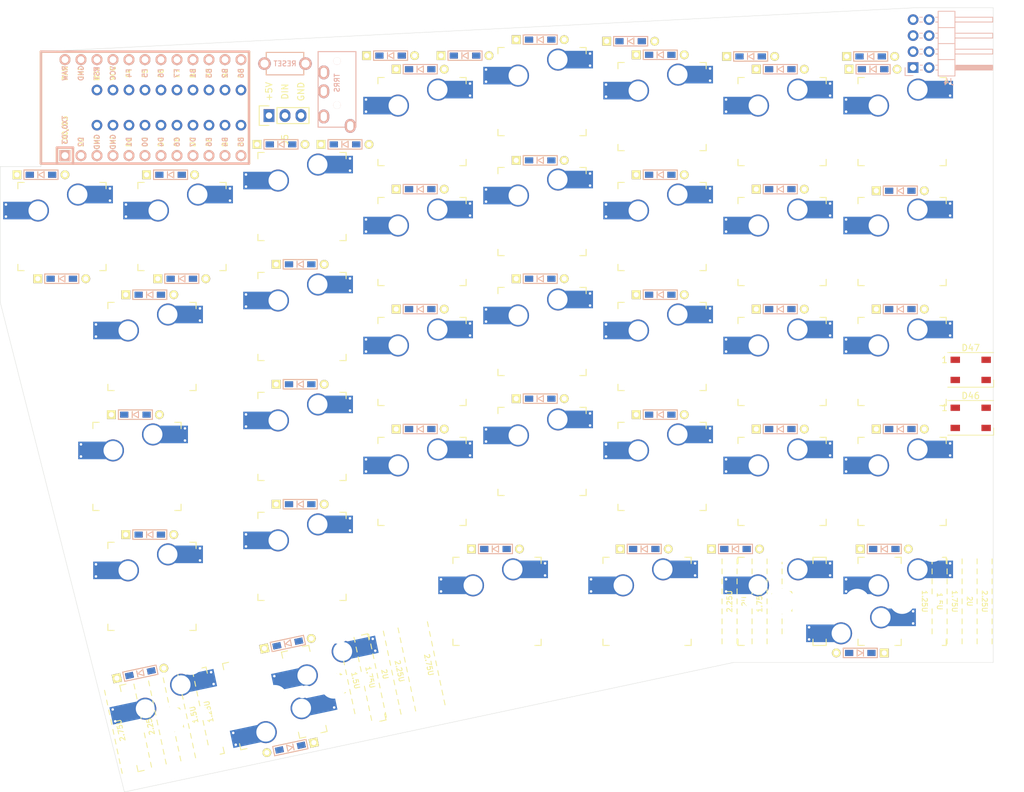
<source format=kicad_pcb>
(kicad_pcb (version 20171130) (host pcbnew "(5.1.5-0-10_14)")
  (layers (0 F.Cu signal) (31 B.Cu signal) (34 B.Paste user) (35 F.Paste user) (36 B.SilkS user) (37 F.SilkS user) (38 B.Mask user) (39 F.Mask user) (44 Edge.Cuts user))
  (net 0 "")
  (net 1 pin6)
  (net 2 pin1)
  (net 3 pin2)
  (net 4 pin3)
  (net 5 pin4)
  (net 6 pin5)
  (net 7 pin7)
  (net 8 "Net-(D8-Pad2)")
  (net 9 "Net-(D9-Pad2)")
  (net 10 "Net-(D11-Pad2)")
  (net 11 "Net-(D12-Pad2)")
  (net 12 pin8)
  (net 13 "Net-(D14-Pad2)")
  (net 14 "Net-(D15-Pad2)")
  (net 15 "Net-(D17-Pad2)")
  (net 16 "Net-(D18-Pad2)")
  (net 17 pin9)
  (net 18 "Net-(D20-Pad2)")
  (net 19 "Net-(D21-Pad2)")
  (net 20 "Net-(D23-Pad2)")
  (net 21 "Net-(D24-Pad2)")
  (net 22 pin10)
  (net 23 "Net-(D26-Pad2)")
  (net 24 "Net-(D27-Pad2)")
  (net 25 "Net-(D29-Pad2)")
  (net 26 "Net-(D30-Pad2)")
  (net 27 "Net-(D32-Pad2)")
  (net 28 "Net-(D33-Pad2)")
  (net 29 "Net-(D35-Pad2)")
  (net 30 "Net-(D36-Pad2)")
  (net 31 "Net-(D38-Pad2)")
  (net 32 "Net-(D39-Pad2)")
  (net 33 "Net-(D41-Pad2)")
  (net 34 "Net-(D42-Pad2)")
  (net 35 "Net-(D44-Pad2)")
  (net 36 "Net-(D45-Pad2)")
  (net 37 "Net-(D46-Pad2)")
  (net 38 "Net-(D47-Pad2)")
  (net 39 d4)
  (net 40 scl-d0)
  (net 41 sda-d1)
  (net 42 data)
  (net 43 led)
  (net 44 f6)
  (net 45 f5)
  (net 46 f4)
  (net 47 GND1)
  (net 48 VCC)
  (net 49 "Net-(J3-PadA)")
  (net 50 "Net-(J4-Pad6)")
  (net 51 "Net-(J4-Pad7)")
  (net 52 "Net-(J4-Pad8)")
  (net 53 reset)
  (net 54 "Net-(U1-Pad24)")
  (net 55 "Net-(D1-Pad1)")
  (net 56 "Net-(D2-Pad2)")
  (net 57 "Net-(D5-Pad2)")
  (net 58 "Net-(D6-Pad2)")
  (net 59 "Net-(D7-Pad2)")
  (net 60 "Net-(D13-Pad2)")
  (net 61 "Net-(D19-Pad2)")
  (net 62 "Net-(D25-Pad2)")
  (net 63 "Net-(D31-Pad2)")
  (net 64 "Net-(D37-Pad2)")
  (net 65 "Net-(D43-Pad2)")
  (net 66 "Net-(D3-Pad2)")
  (net 67 "Net-(D4-Pad1)")
  (net 68 "Net-(D10-Pad1)")
  (net 69 "Net-(D16-Pad1)")
  (net 70 "Net-(D22-Pad1)")
  (net 71 "Net-(D28-Pad1)")
  (net 72 "Net-(D34-Pad1)")
  (net 73 "Net-(D40-Pad1)")
  (module SMK_SU120:D3_TH_SMD (layer F.Cu) (at 41.91 70.358)
    (fp_text reference D1 hide)
    (fp_text value D hide)
    (pad 1 smd rect (at -1.775 0) (size 1.3 0.95) (layers F.Cu F.Paste F.Mask) (net 55 "Net-(D1-Pad1)"))
    (pad 2 smd rect (at 1.775 0) (size 1.3 0.95) (layers B.Cu B.Paste B.Mask) (net 12 pin8))
    (pad 1 smd rect (at -1.775 0) (size 1.3 0.95) (layers B.Cu B.Paste B.Mask) (net 55 "Net-(D1-Pad1)"))
    (pad 1 thru_hole rect (at -3.81 0) (size 1.397 1.397) (drill 0.8128) (layers *.Cu *.Mask F.SilkS) (net 55 "Net-(D1-Pad1)"))
    (pad 2 thru_hole circle (at 3.81 0) (size 1.397 1.397) (drill 0.8128) (layers *.Cu *.Mask F.SilkS) (net 12 pin8))
    (pad 2 smd rect (at 1.775 0) (size 1.3 0.95) (layers F.Cu F.Paste F.Mask) (net 12 pin8))
  )
  (module SMK_SU120:D3_TH_SMD (layer F.Cu) (at 45.212 86.868)
    (fp_text reference D2 hide)
    (fp_text value D hide)
    (pad 1 smd rect (at -1.775 0) (size 1.3 0.95) (layers F.Cu F.Paste F.Mask) (net 2 pin1))
    (pad 2 smd rect (at 1.775 0) (size 1.3 0.95) (layers B.Cu B.Paste B.Mask) (net 56 "Net-(D2-Pad2)"))
    (pad 1 smd rect (at -1.775 0) (size 1.3 0.95) (layers B.Cu B.Paste B.Mask) (net 2 pin1))
    (pad 1 thru_hole rect (at -3.81 0) (size 1.397 1.397) (drill 0.8128) (layers *.Cu *.Mask F.SilkS) (net 2 pin1))
    (pad 2 thru_hole circle (at 3.81 0) (size 1.397 1.397) (drill 0.8128) (layers *.Cu *.Mask F.SilkS) (net 56 "Net-(D2-Pad2)"))
    (pad 2 smd rect (at 1.775 0) (size 1.3 0.95) (layers F.Cu F.Paste F.Mask) (net 56 "Net-(D2-Pad2)"))
  )
  (module SMK_SU120:D3_TH_SMD (layer F.Cu) (at 62.484 70.358)
    (fp_text reference D4 hide)
    (fp_text value D hide)
    (pad 2 smd rect (at 1.775 0) (size 1.3 0.95) (layers F.Cu F.Paste F.Mask) (net 17 pin9))
    (pad 2 thru_hole circle (at 3.81 0) (size 1.397 1.397) (drill 0.8128) (layers *.Cu *.Mask F.SilkS) (net 17 pin9))
    (pad 1 thru_hole rect (at -3.81 0) (size 1.397 1.397) (drill 0.8128) (layers *.Cu *.Mask F.SilkS) (net 67 "Net-(D4-Pad1)"))
    (pad 1 smd rect (at -1.775 0) (size 1.3 0.95) (layers B.Cu B.Paste B.Mask) (net 67 "Net-(D4-Pad1)"))
    (pad 2 smd rect (at 1.775 0) (size 1.3 0.95) (layers B.Cu B.Paste B.Mask) (net 17 pin9))
    (pad 1 smd rect (at -1.775 0) (size 1.3 0.95) (layers F.Cu F.Paste F.Mask) (net 67 "Net-(D4-Pad1)"))
  )
  (module SMK_SU120:D3_TH_SMD (layer F.Cu) (at 64.262 86.868)
    (fp_text reference D5 hide)
    (fp_text value D hide)
    (pad 1 smd rect (at -1.775 0) (size 1.3 0.95) (layers F.Cu F.Paste F.Mask) (net 2 pin1))
    (pad 2 smd rect (at 1.775 0) (size 1.3 0.95) (layers B.Cu B.Paste B.Mask) (net 57 "Net-(D5-Pad2)"))
    (pad 1 smd rect (at -1.775 0) (size 1.3 0.95) (layers B.Cu B.Paste B.Mask) (net 2 pin1))
    (pad 1 thru_hole rect (at -3.81 0) (size 1.397 1.397) (drill 0.8128) (layers *.Cu *.Mask F.SilkS) (net 2 pin1))
    (pad 2 thru_hole circle (at 3.81 0) (size 1.397 1.397) (drill 0.8128) (layers *.Cu *.Mask F.SilkS) (net 57 "Net-(D5-Pad2)"))
    (pad 2 smd rect (at 1.775 0) (size 1.3 0.95) (layers F.Cu F.Paste F.Mask) (net 57 "Net-(D5-Pad2)"))
  )
  (module SMK_SU120:D3_TH_SMD (layer F.Cu) (at 59.182 89.408)
    (fp_text reference D6 hide)
    (fp_text value D hide)
    (pad 1 smd rect (at -1.775 0) (size 1.3 0.95) (layers F.Cu F.Paste F.Mask) (net 3 pin2))
    (pad 2 smd rect (at 1.775 0) (size 1.3 0.95) (layers B.Cu B.Paste B.Mask) (net 58 "Net-(D6-Pad2)"))
    (pad 1 smd rect (at -1.775 0) (size 1.3 0.95) (layers B.Cu B.Paste B.Mask) (net 3 pin2))
    (pad 1 thru_hole rect (at -3.81 0) (size 1.397 1.397) (drill 0.8128) (layers *.Cu *.Mask F.SilkS) (net 3 pin2))
    (pad 2 thru_hole circle (at 3.81 0) (size 1.397 1.397) (drill 0.8128) (layers *.Cu *.Mask F.SilkS) (net 58 "Net-(D6-Pad2)"))
    (pad 2 smd rect (at 1.775 0) (size 1.3 0.95) (layers F.Cu F.Paste F.Mask) (net 58 "Net-(D6-Pad2)"))
  )
  (module SMK_SU120:D3_TH_SMD (layer F.Cu) (at 56.896 108.458)
    (fp_text reference D7 hide)
    (fp_text value D hide)
    (pad 1 smd rect (at -1.775 0) (size 1.3 0.95) (layers F.Cu F.Paste F.Mask) (net 4 pin3))
    (pad 2 smd rect (at 1.775 0) (size 1.3 0.95) (layers B.Cu B.Paste B.Mask) (net 59 "Net-(D7-Pad2)"))
    (pad 1 smd rect (at -1.775 0) (size 1.3 0.95) (layers B.Cu B.Paste B.Mask) (net 4 pin3))
    (pad 1 thru_hole rect (at -3.81 0) (size 1.397 1.397) (drill 0.8128) (layers *.Cu *.Mask F.SilkS) (net 4 pin3))
    (pad 2 thru_hole circle (at 3.81 0) (size 1.397 1.397) (drill 0.8128) (layers *.Cu *.Mask F.SilkS) (net 59 "Net-(D7-Pad2)"))
    (pad 2 smd rect (at 1.775 0) (size 1.3 0.95) (layers F.Cu F.Paste F.Mask) (net 59 "Net-(D7-Pad2)"))
  )
  (module SMK_SU120:D3_TH_SMD (layer F.Cu) (at 59.182 127.508)
    (fp_text reference D8 hide)
    (fp_text value D hide)
    (pad 1 smd rect (at -1.775 0) (size 1.3 0.95) (layers F.Cu F.Paste F.Mask) (net 5 pin4))
    (pad 2 smd rect (at 1.775 0) (size 1.3 0.95) (layers B.Cu B.Paste B.Mask) (net 8 "Net-(D8-Pad2)"))
    (pad 1 smd rect (at -1.775 0) (size 1.3 0.95) (layers B.Cu B.Paste B.Mask) (net 5 pin4))
    (pad 1 thru_hole rect (at -3.81 0) (size 1.397 1.397) (drill 0.8128) (layers *.Cu *.Mask F.SilkS) (net 5 pin4))
    (pad 2 thru_hole circle (at 3.81 0) (size 1.397 1.397) (drill 0.8128) (layers *.Cu *.Mask F.SilkS) (net 8 "Net-(D8-Pad2)"))
    (pad 2 smd rect (at 1.775 0) (size 1.3 0.95) (layers F.Cu F.Paste F.Mask) (net 8 "Net-(D8-Pad2)"))
  )
  (module SMK_SU120:D3_TH_SMD (layer F.Cu) (at 81.492496 161.338676 192)
    (fp_text reference D9 hide)
    (fp_text value D hide)
    (pad 1 smd rect (at -1.775 0 192) (size 1.3 0.95) (layers F.Cu F.Paste F.Mask) (net 6 pin5))
    (pad 2 smd rect (at 1.775 0 192) (size 1.3 0.95) (layers B.Cu B.Paste B.Mask) (net 9 "Net-(D9-Pad2)"))
    (pad 1 smd rect (at -1.775 0 192) (size 1.3 0.95) (layers B.Cu B.Paste B.Mask) (net 6 pin5))
    (pad 1 thru_hole rect (at -3.81 0 192) (size 1.397 1.397) (drill 0.8128) (layers *.Cu *.Mask F.SilkS) (net 6 pin5))
    (pad 2 thru_hole circle (at 3.81 0 192) (size 1.397 1.397) (drill 0.8128) (layers *.Cu *.Mask F.SilkS) (net 9 "Net-(D9-Pad2)"))
    (pad 2 smd rect (at 1.775 0 192) (size 1.3 0.95) (layers F.Cu F.Paste F.Mask) (net 9 "Net-(D9-Pad2)"))
  )
  (module SMK_SU120:D3_TH_SMD (layer F.Cu) (at 80.01 65.532)
    (fp_text reference D10 hide)
    (fp_text value D hide)
    (pad 1 smd rect (at -1.775 0) (size 1.3 0.95) (layers F.Cu F.Paste F.Mask) (net 68 "Net-(D10-Pad1)"))
    (pad 2 smd rect (at 1.775 0) (size 1.3 0.95) (layers B.Cu B.Paste B.Mask) (net 22 pin10))
    (pad 1 smd rect (at -1.775 0) (size 1.3 0.95) (layers B.Cu B.Paste B.Mask) (net 68 "Net-(D10-Pad1)"))
    (pad 1 thru_hole rect (at -3.81 0) (size 1.397 1.397) (drill 0.8128) (layers *.Cu *.Mask F.SilkS) (net 68 "Net-(D10-Pad1)"))
    (pad 2 thru_hole circle (at 3.81 0) (size 1.397 1.397) (drill 0.8128) (layers *.Cu *.Mask F.SilkS) (net 22 pin10))
    (pad 2 smd rect (at 1.775 0) (size 1.3 0.95) (layers F.Cu F.Paste F.Mask) (net 22 pin10))
  )
  (module SMK_SU120:D3_TH_SMD (layer F.Cu) (at 90.17 65.532)
    (fp_text reference D11 hide)
    (fp_text value D hide)
    (pad 1 smd rect (at -1.775 0) (size 1.3 0.95) (layers F.Cu F.Paste F.Mask) (net 2 pin1))
    (pad 2 smd rect (at 1.775 0) (size 1.3 0.95) (layers B.Cu B.Paste B.Mask) (net 10 "Net-(D11-Pad2)"))
    (pad 1 smd rect (at -1.775 0) (size 1.3 0.95) (layers B.Cu B.Paste B.Mask) (net 2 pin1))
    (pad 1 thru_hole rect (at -3.81 0) (size 1.397 1.397) (drill 0.8128) (layers *.Cu *.Mask F.SilkS) (net 2 pin1))
    (pad 2 thru_hole circle (at 3.81 0) (size 1.397 1.397) (drill 0.8128) (layers *.Cu *.Mask F.SilkS) (net 10 "Net-(D11-Pad2)"))
    (pad 2 smd rect (at 1.775 0) (size 1.3 0.95) (layers F.Cu F.Paste F.Mask) (net 10 "Net-(D11-Pad2)"))
  )
  (module SMK_SU120:D3_TH_SMD (layer F.Cu) (at 83.058 84.582)
    (fp_text reference D12 hide)
    (fp_text value D hide)
    (pad 1 smd rect (at -1.775 0) (size 1.3 0.95) (layers F.Cu F.Paste F.Mask) (net 3 pin2))
    (pad 2 smd rect (at 1.775 0) (size 1.3 0.95) (layers B.Cu B.Paste B.Mask) (net 11 "Net-(D12-Pad2)"))
    (pad 1 smd rect (at -1.775 0) (size 1.3 0.95) (layers B.Cu B.Paste B.Mask) (net 3 pin2))
    (pad 1 thru_hole rect (at -3.81 0) (size 1.397 1.397) (drill 0.8128) (layers *.Cu *.Mask F.SilkS) (net 3 pin2))
    (pad 2 thru_hole circle (at 3.81 0) (size 1.397 1.397) (drill 0.8128) (layers *.Cu *.Mask F.SilkS) (net 11 "Net-(D12-Pad2)"))
    (pad 2 smd rect (at 1.775 0) (size 1.3 0.95) (layers F.Cu F.Paste F.Mask) (net 11 "Net-(D12-Pad2)"))
  )
  (module SMK_SU120:D3_TH_SMD (layer F.Cu) (at 83.058 103.632)
    (fp_text reference D13 hide)
    (fp_text value D hide)
    (pad 1 smd rect (at -1.775 0) (size 1.3 0.95) (layers F.Cu F.Paste F.Mask) (net 4 pin3))
    (pad 2 smd rect (at 1.775 0) (size 1.3 0.95) (layers B.Cu B.Paste B.Mask) (net 60 "Net-(D13-Pad2)"))
    (pad 1 smd rect (at -1.775 0) (size 1.3 0.95) (layers B.Cu B.Paste B.Mask) (net 4 pin3))
    (pad 1 thru_hole rect (at -3.81 0) (size 1.397 1.397) (drill 0.8128) (layers *.Cu *.Mask F.SilkS) (net 4 pin3))
    (pad 2 thru_hole circle (at 3.81 0) (size 1.397 1.397) (drill 0.8128) (layers *.Cu *.Mask F.SilkS) (net 60 "Net-(D13-Pad2)"))
    (pad 2 smd rect (at 1.775 0) (size 1.3 0.95) (layers F.Cu F.Paste F.Mask) (net 60 "Net-(D13-Pad2)"))
  )
  (module SMK_SU120:D3_TH_SMD (layer F.Cu) (at 83.058 122.682)
    (fp_text reference D14 hide)
    (fp_text value D hide)
    (pad 1 smd rect (at -1.775 0) (size 1.3 0.95) (layers F.Cu F.Paste F.Mask) (net 5 pin4))
    (pad 2 smd rect (at 1.775 0) (size 1.3 0.95) (layers B.Cu B.Paste B.Mask) (net 13 "Net-(D14-Pad2)"))
    (pad 1 smd rect (at -1.775 0) (size 1.3 0.95) (layers B.Cu B.Paste B.Mask) (net 5 pin4))
    (pad 1 thru_hole rect (at -3.81 0) (size 1.397 1.397) (drill 0.8128) (layers *.Cu *.Mask F.SilkS) (net 5 pin4))
    (pad 2 thru_hole circle (at 3.81 0) (size 1.397 1.397) (drill 0.8128) (layers *.Cu *.Mask F.SilkS) (net 13 "Net-(D14-Pad2)"))
    (pad 2 smd rect (at 1.775 0) (size 1.3 0.95) (layers F.Cu F.Paste F.Mask) (net 13 "Net-(D14-Pad2)"))
  )
  (module SMK_SU120:D3_TH_SMD (layer F.Cu) (at 81.094075 144.804196 12)
    (fp_text reference D15 hide)
    (fp_text value D hide)
    (pad 1 smd rect (at -1.775 0 12) (size 1.3 0.95) (layers F.Cu F.Paste F.Mask) (net 6 pin5))
    (pad 2 smd rect (at 1.775 0 12) (size 1.3 0.95) (layers B.Cu B.Paste B.Mask) (net 14 "Net-(D15-Pad2)"))
    (pad 1 smd rect (at -1.775 0 12) (size 1.3 0.95) (layers B.Cu B.Paste B.Mask) (net 6 pin5))
    (pad 1 thru_hole rect (at -3.81 0 12) (size 1.397 1.397) (drill 0.8128) (layers *.Cu *.Mask F.SilkS) (net 6 pin5))
    (pad 2 thru_hole circle (at 3.81 0 12) (size 1.397 1.397) (drill 0.8128) (layers *.Cu *.Mask F.SilkS) (net 14 "Net-(D15-Pad2)"))
    (pad 2 smd rect (at 1.775 0 12) (size 1.3 0.95) (layers F.Cu F.Paste F.Mask) (net 14 "Net-(D15-Pad2)"))
  )
  (module SMK_SU120:D3_TH_SMD (layer F.Cu) (at 97.409 51.435)
    (fp_text reference D16 hide)
    (fp_text value D hide)
    (pad 2 smd rect (at 1.775 0) (size 1.3 0.95) (layers F.Cu F.Paste F.Mask) (net 2 pin1))
    (pad 2 thru_hole circle (at 3.81 0) (size 1.397 1.397) (drill 0.8128) (layers *.Cu *.Mask F.SilkS) (net 2 pin1))
    (pad 1 thru_hole rect (at -3.81 0) (size 1.397 1.397) (drill 0.8128) (layers *.Cu *.Mask F.SilkS) (net 69 "Net-(D16-Pad1)"))
    (pad 1 smd rect (at -1.775 0) (size 1.3 0.95) (layers B.Cu B.Paste B.Mask) (net 69 "Net-(D16-Pad1)"))
    (pad 2 smd rect (at 1.775 0) (size 1.3 0.95) (layers B.Cu B.Paste B.Mask) (net 2 pin1))
    (pad 1 smd rect (at -1.775 0) (size 1.3 0.95) (layers F.Cu F.Paste F.Mask) (net 69 "Net-(D16-Pad1)"))
  )
  (module SMK_SU120:D3_TH_SMD (layer F.Cu) (at 102.108 53.594)
    (fp_text reference D17 hide)
    (fp_text value D hide)
    (pad 2 smd rect (at 1.775 0) (size 1.3 0.95) (layers F.Cu F.Paste F.Mask) (net 15 "Net-(D17-Pad2)"))
    (pad 2 thru_hole circle (at 3.81 0) (size 1.397 1.397) (drill 0.8128) (layers *.Cu *.Mask F.SilkS) (net 15 "Net-(D17-Pad2)"))
    (pad 1 thru_hole rect (at -3.81 0) (size 1.397 1.397) (drill 0.8128) (layers *.Cu *.Mask F.SilkS) (net 1 pin6))
    (pad 1 smd rect (at -1.775 0) (size 1.3 0.95) (layers B.Cu B.Paste B.Mask) (net 1 pin6))
    (pad 2 smd rect (at 1.775 0) (size 1.3 0.95) (layers B.Cu B.Paste B.Mask) (net 15 "Net-(D17-Pad2)"))
    (pad 1 smd rect (at -1.775 0) (size 1.3 0.95) (layers F.Cu F.Paste F.Mask) (net 1 pin6))
  )
  (module SMK_SU120:D3_TH_SMD (layer F.Cu) (at 102.108 72.644)
    (fp_text reference D18 hide)
    (fp_text value D hide)
    (pad 2 smd rect (at 1.775 0) (size 1.3 0.95) (layers F.Cu F.Paste F.Mask) (net 16 "Net-(D18-Pad2)"))
    (pad 2 thru_hole circle (at 3.81 0) (size 1.397 1.397) (drill 0.8128) (layers *.Cu *.Mask F.SilkS) (net 16 "Net-(D18-Pad2)"))
    (pad 1 thru_hole rect (at -3.81 0) (size 1.397 1.397) (drill 0.8128) (layers *.Cu *.Mask F.SilkS) (net 7 pin7))
    (pad 1 smd rect (at -1.775 0) (size 1.3 0.95) (layers B.Cu B.Paste B.Mask) (net 7 pin7))
    (pad 2 smd rect (at 1.775 0) (size 1.3 0.95) (layers B.Cu B.Paste B.Mask) (net 16 "Net-(D18-Pad2)"))
    (pad 1 smd rect (at -1.775 0) (size 1.3 0.95) (layers F.Cu F.Paste F.Mask) (net 7 pin7))
  )
  (module SMK_SU120:D3_TH_SMD (layer F.Cu) (at 102.108 91.694)
    (fp_text reference D19 hide)
    (fp_text value D hide)
    (pad 2 smd rect (at 1.775 0) (size 1.3 0.95) (layers F.Cu F.Paste F.Mask) (net 61 "Net-(D19-Pad2)"))
    (pad 2 thru_hole circle (at 3.81 0) (size 1.397 1.397) (drill 0.8128) (layers *.Cu *.Mask F.SilkS) (net 61 "Net-(D19-Pad2)"))
    (pad 1 thru_hole rect (at -3.81 0) (size 1.397 1.397) (drill 0.8128) (layers *.Cu *.Mask F.SilkS) (net 12 pin8))
    (pad 1 smd rect (at -1.775 0) (size 1.3 0.95) (layers B.Cu B.Paste B.Mask) (net 12 pin8))
    (pad 2 smd rect (at 1.775 0) (size 1.3 0.95) (layers B.Cu B.Paste B.Mask) (net 61 "Net-(D19-Pad2)"))
    (pad 1 smd rect (at -1.775 0) (size 1.3 0.95) (layers F.Cu F.Paste F.Mask) (net 12 pin8))
  )
  (module SMK_SU120:D3_TH_SMD (layer F.Cu) (at 102.108 110.744)
    (fp_text reference D20 hide)
    (fp_text value D hide)
    (pad 2 smd rect (at 1.775 0) (size 1.3 0.95) (layers F.Cu F.Paste F.Mask) (net 18 "Net-(D20-Pad2)"))
    (pad 2 thru_hole circle (at 3.81 0) (size 1.397 1.397) (drill 0.8128) (layers *.Cu *.Mask F.SilkS) (net 18 "Net-(D20-Pad2)"))
    (pad 1 thru_hole rect (at -3.81 0) (size 1.397 1.397) (drill 0.8128) (layers *.Cu *.Mask F.SilkS) (net 17 pin9))
    (pad 1 smd rect (at -1.775 0) (size 1.3 0.95) (layers B.Cu B.Paste B.Mask) (net 17 pin9))
    (pad 2 smd rect (at 1.775 0) (size 1.3 0.95) (layers B.Cu B.Paste B.Mask) (net 18 "Net-(D20-Pad2)"))
    (pad 1 smd rect (at -1.775 0) (size 1.3 0.95) (layers F.Cu F.Paste F.Mask) (net 17 pin9))
  )
  (module SMK_SU120:D3_TH_SMD (layer F.Cu) (at 114.046 129.794)
    (fp_text reference D21 hide)
    (fp_text value D hide)
    (pad 2 smd rect (at 1.775 0) (size 1.3 0.95) (layers F.Cu F.Paste F.Mask) (net 19 "Net-(D21-Pad2)"))
    (pad 2 thru_hole circle (at 3.81 0) (size 1.397 1.397) (drill 0.8128) (layers *.Cu *.Mask F.SilkS) (net 19 "Net-(D21-Pad2)"))
    (pad 1 thru_hole rect (at -3.81 0) (size 1.397 1.397) (drill 0.8128) (layers *.Cu *.Mask F.SilkS) (net 22 pin10))
    (pad 1 smd rect (at -1.775 0) (size 1.3 0.95) (layers B.Cu B.Paste B.Mask) (net 22 pin10))
    (pad 2 smd rect (at 1.775 0) (size 1.3 0.95) (layers B.Cu B.Paste B.Mask) (net 19 "Net-(D21-Pad2)"))
    (pad 1 smd rect (at -1.775 0) (size 1.3 0.95) (layers F.Cu F.Paste F.Mask) (net 22 pin10))
  )
  (module SMK_SU120:D3_TH_SMD (layer F.Cu) (at 109.22 51.435)
    (fp_text reference D22 hide)
    (fp_text value D hide)
    (pad 1 smd rect (at -1.775 0) (size 1.3 0.95) (layers F.Cu F.Paste F.Mask) (net 70 "Net-(D22-Pad1)"))
    (pad 2 smd rect (at 1.775 0) (size 1.3 0.95) (layers B.Cu B.Paste B.Mask) (net 3 pin2))
    (pad 1 smd rect (at -1.775 0) (size 1.3 0.95) (layers B.Cu B.Paste B.Mask) (net 70 "Net-(D22-Pad1)"))
    (pad 1 thru_hole rect (at -3.81 0) (size 1.397 1.397) (drill 0.8128) (layers *.Cu *.Mask F.SilkS) (net 70 "Net-(D22-Pad1)"))
    (pad 2 thru_hole circle (at 3.81 0) (size 1.397 1.397) (drill 0.8128) (layers *.Cu *.Mask F.SilkS) (net 3 pin2))
    (pad 2 smd rect (at 1.775 0) (size 1.3 0.95) (layers F.Cu F.Paste F.Mask) (net 3 pin2))
  )
  (module SMK_SU120:D3_TH_SMD (layer F.Cu) (at 121.155 48.895)
    (fp_text reference D23 hide)
    (fp_text value D hide)
    (pad 2 smd rect (at 1.775 0) (size 1.3 0.95) (layers F.Cu F.Paste F.Mask) (net 20 "Net-(D23-Pad2)"))
    (pad 2 thru_hole circle (at 3.81 0) (size 1.397 1.397) (drill 0.8128) (layers *.Cu *.Mask F.SilkS) (net 20 "Net-(D23-Pad2)"))
    (pad 1 thru_hole rect (at -3.81 0) (size 1.397 1.397) (drill 0.8128) (layers *.Cu *.Mask F.SilkS) (net 1 pin6))
    (pad 1 smd rect (at -1.775 0) (size 1.3 0.95) (layers B.Cu B.Paste B.Mask) (net 1 pin6))
    (pad 2 smd rect (at 1.775 0) (size 1.3 0.95) (layers B.Cu B.Paste B.Mask) (net 20 "Net-(D23-Pad2)"))
    (pad 1 smd rect (at -1.775 0) (size 1.3 0.95) (layers F.Cu F.Paste F.Mask) (net 1 pin6))
  )
  (module SMK_SU120:D3_TH_SMD (layer F.Cu) (at 121.158 68.072)
    (fp_text reference D24 hide)
    (fp_text value D hide)
    (pad 2 smd rect (at 1.775 0) (size 1.3 0.95) (layers F.Cu F.Paste F.Mask) (net 21 "Net-(D24-Pad2)"))
    (pad 2 thru_hole circle (at 3.81 0) (size 1.397 1.397) (drill 0.8128) (layers *.Cu *.Mask F.SilkS) (net 21 "Net-(D24-Pad2)"))
    (pad 1 thru_hole rect (at -3.81 0) (size 1.397 1.397) (drill 0.8128) (layers *.Cu *.Mask F.SilkS) (net 7 pin7))
    (pad 1 smd rect (at -1.775 0) (size 1.3 0.95) (layers B.Cu B.Paste B.Mask) (net 7 pin7))
    (pad 2 smd rect (at 1.775 0) (size 1.3 0.95) (layers B.Cu B.Paste B.Mask) (net 21 "Net-(D24-Pad2)"))
    (pad 1 smd rect (at -1.775 0) (size 1.3 0.95) (layers F.Cu F.Paste F.Mask) (net 7 pin7))
  )
  (module SMK_SU120:D3_TH_SMD (layer F.Cu) (at 121.158 86.868)
    (fp_text reference D25 hide)
    (fp_text value D hide)
    (pad 2 smd rect (at 1.775 0) (size 1.3 0.95) (layers F.Cu F.Paste F.Mask) (net 62 "Net-(D25-Pad2)"))
    (pad 2 thru_hole circle (at 3.81 0) (size 1.397 1.397) (drill 0.8128) (layers *.Cu *.Mask F.SilkS) (net 62 "Net-(D25-Pad2)"))
    (pad 1 thru_hole rect (at -3.81 0) (size 1.397 1.397) (drill 0.8128) (layers *.Cu *.Mask F.SilkS) (net 12 pin8))
    (pad 1 smd rect (at -1.775 0) (size 1.3 0.95) (layers B.Cu B.Paste B.Mask) (net 12 pin8))
    (pad 2 smd rect (at 1.775 0) (size 1.3 0.95) (layers B.Cu B.Paste B.Mask) (net 62 "Net-(D25-Pad2)"))
    (pad 1 smd rect (at -1.775 0) (size 1.3 0.95) (layers F.Cu F.Paste F.Mask) (net 12 pin8))
  )
  (module SMK_SU120:D3_TH_SMD (layer F.Cu) (at 121.158 105.918)
    (fp_text reference D26 hide)
    (fp_text value D hide)
    (pad 2 smd rect (at 1.775 0) (size 1.3 0.95) (layers F.Cu F.Paste F.Mask) (net 23 "Net-(D26-Pad2)"))
    (pad 2 thru_hole circle (at 3.81 0) (size 1.397 1.397) (drill 0.8128) (layers *.Cu *.Mask F.SilkS) (net 23 "Net-(D26-Pad2)"))
    (pad 1 thru_hole rect (at -3.81 0) (size 1.397 1.397) (drill 0.8128) (layers *.Cu *.Mask F.SilkS) (net 17 pin9))
    (pad 1 smd rect (at -1.775 0) (size 1.3 0.95) (layers B.Cu B.Paste B.Mask) (net 17 pin9))
    (pad 2 smd rect (at 1.775 0) (size 1.3 0.95) (layers B.Cu B.Paste B.Mask) (net 23 "Net-(D26-Pad2)"))
    (pad 1 smd rect (at -1.775 0) (size 1.3 0.95) (layers F.Cu F.Paste F.Mask) (net 17 pin9))
  )
  (module SMK_SU120:D3_TH_SMD (layer F.Cu) (at 137.668 129.794)
    (fp_text reference D27 hide)
    (fp_text value D hide)
    (pad 2 smd rect (at 1.775 0) (size 1.3 0.95) (layers F.Cu F.Paste F.Mask) (net 24 "Net-(D27-Pad2)"))
    (pad 2 thru_hole circle (at 3.81 0) (size 1.397 1.397) (drill 0.8128) (layers *.Cu *.Mask F.SilkS) (net 24 "Net-(D27-Pad2)"))
    (pad 1 thru_hole rect (at -3.81 0) (size 1.397 1.397) (drill 0.8128) (layers *.Cu *.Mask F.SilkS) (net 22 pin10))
    (pad 1 smd rect (at -1.775 0) (size 1.3 0.95) (layers B.Cu B.Paste B.Mask) (net 22 pin10))
    (pad 2 smd rect (at 1.775 0) (size 1.3 0.95) (layers B.Cu B.Paste B.Mask) (net 24 "Net-(D27-Pad2)"))
    (pad 1 smd rect (at -1.775 0) (size 1.3 0.95) (layers F.Cu F.Paste F.Mask) (net 22 pin10))
  )
  (module SMK_SU120:D3_TH_SMD (layer F.Cu) (at 135.509 49.149)
    (fp_text reference D28 hide)
    (fp_text value D hide)
    (pad 2 smd rect (at 1.775 0) (size 1.3 0.95) (layers F.Cu F.Paste F.Mask) (net 4 pin3))
    (pad 2 thru_hole circle (at 3.81 0) (size 1.397 1.397) (drill 0.8128) (layers *.Cu *.Mask F.SilkS) (net 4 pin3))
    (pad 1 thru_hole rect (at -3.81 0) (size 1.397 1.397) (drill 0.8128) (layers *.Cu *.Mask F.SilkS) (net 71 "Net-(D28-Pad1)"))
    (pad 1 smd rect (at -1.775 0) (size 1.3 0.95) (layers B.Cu B.Paste B.Mask) (net 71 "Net-(D28-Pad1)"))
    (pad 2 smd rect (at 1.775 0) (size 1.3 0.95) (layers B.Cu B.Paste B.Mask) (net 4 pin3))
    (pad 1 smd rect (at -1.775 0) (size 1.3 0.95) (layers F.Cu F.Paste F.Mask) (net 71 "Net-(D28-Pad1)"))
  )
  (module SMK_SU120:D3_TH_SMD (layer F.Cu) (at 140.208 51.308)
    (fp_text reference D29 hide)
    (fp_text value D hide)
    (pad 2 smd rect (at 1.775 0) (size 1.3 0.95) (layers F.Cu F.Paste F.Mask) (net 25 "Net-(D29-Pad2)"))
    (pad 2 thru_hole circle (at 3.81 0) (size 1.397 1.397) (drill 0.8128) (layers *.Cu *.Mask F.SilkS) (net 25 "Net-(D29-Pad2)"))
    (pad 1 thru_hole rect (at -3.81 0) (size 1.397 1.397) (drill 0.8128) (layers *.Cu *.Mask F.SilkS) (net 1 pin6))
    (pad 1 smd rect (at -1.775 0) (size 1.3 0.95) (layers B.Cu B.Paste B.Mask) (net 1 pin6))
    (pad 2 smd rect (at 1.775 0) (size 1.3 0.95) (layers B.Cu B.Paste B.Mask) (net 25 "Net-(D29-Pad2)"))
    (pad 1 smd rect (at -1.775 0) (size 1.3 0.95) (layers F.Cu F.Paste F.Mask) (net 1 pin6))
  )
  (module SMK_SU120:D3_TH_SMD (layer F.Cu) (at 140.208 70.358)
    (fp_text reference D30 hide)
    (fp_text value D hide)
    (pad 2 smd rect (at 1.775 0) (size 1.3 0.95) (layers F.Cu F.Paste F.Mask) (net 26 "Net-(D30-Pad2)"))
    (pad 2 thru_hole circle (at 3.81 0) (size 1.397 1.397) (drill 0.8128) (layers *.Cu *.Mask F.SilkS) (net 26 "Net-(D30-Pad2)"))
    (pad 1 thru_hole rect (at -3.81 0) (size 1.397 1.397) (drill 0.8128) (layers *.Cu *.Mask F.SilkS) (net 7 pin7))
    (pad 1 smd rect (at -1.775 0) (size 1.3 0.95) (layers B.Cu B.Paste B.Mask) (net 7 pin7))
    (pad 2 smd rect (at 1.775 0) (size 1.3 0.95) (layers B.Cu B.Paste B.Mask) (net 26 "Net-(D30-Pad2)"))
    (pad 1 smd rect (at -1.775 0) (size 1.3 0.95) (layers F.Cu F.Paste F.Mask) (net 7 pin7))
  )
  (module SMK_SU120:D3_TH_SMD (layer F.Cu) (at 140.208 89.408)
    (fp_text reference D31 hide)
    (fp_text value D hide)
    (pad 2 smd rect (at 1.775 0) (size 1.3 0.95) (layers F.Cu F.Paste F.Mask) (net 63 "Net-(D31-Pad2)"))
    (pad 2 thru_hole circle (at 3.81 0) (size 1.397 1.397) (drill 0.8128) (layers *.Cu *.Mask F.SilkS) (net 63 "Net-(D31-Pad2)"))
    (pad 1 thru_hole rect (at -3.81 0) (size 1.397 1.397) (drill 0.8128) (layers *.Cu *.Mask F.SilkS) (net 12 pin8))
    (pad 1 smd rect (at -1.775 0) (size 1.3 0.95) (layers B.Cu B.Paste B.Mask) (net 12 pin8))
    (pad 2 smd rect (at 1.775 0) (size 1.3 0.95) (layers B.Cu B.Paste B.Mask) (net 63 "Net-(D31-Pad2)"))
    (pad 1 smd rect (at -1.775 0) (size 1.3 0.95) (layers F.Cu F.Paste F.Mask) (net 12 pin8))
  )
  (module SMK_SU120:D3_TH_SMD (layer F.Cu) (at 140.208 108.458)
    (fp_text reference D32 hide)
    (fp_text value D hide)
    (pad 2 smd rect (at 1.775 0) (size 1.3 0.95) (layers F.Cu F.Paste F.Mask) (net 27 "Net-(D32-Pad2)"))
    (pad 2 thru_hole circle (at 3.81 0) (size 1.397 1.397) (drill 0.8128) (layers *.Cu *.Mask F.SilkS) (net 27 "Net-(D32-Pad2)"))
    (pad 1 thru_hole rect (at -3.81 0) (size 1.397 1.397) (drill 0.8128) (layers *.Cu *.Mask F.SilkS) (net 17 pin9))
    (pad 1 smd rect (at -1.775 0) (size 1.3 0.95) (layers B.Cu B.Paste B.Mask) (net 17 pin9))
    (pad 2 smd rect (at 1.775 0) (size 1.3 0.95) (layers B.Cu B.Paste B.Mask) (net 27 "Net-(D32-Pad2)"))
    (pad 1 smd rect (at -1.775 0) (size 1.3 0.95) (layers F.Cu F.Paste F.Mask) (net 17 pin9))
  )
  (module SMK_SU120:D3_TH_SMD (layer F.Cu) (at 152.146 129.794)
    (fp_text reference D33 hide)
    (fp_text value D hide)
    (pad 2 smd rect (at 1.775 0) (size 1.3 0.95) (layers F.Cu F.Paste F.Mask) (net 28 "Net-(D33-Pad2)"))
    (pad 2 thru_hole circle (at 3.81 0) (size 1.397 1.397) (drill 0.8128) (layers *.Cu *.Mask F.SilkS) (net 28 "Net-(D33-Pad2)"))
    (pad 1 thru_hole rect (at -3.81 0) (size 1.397 1.397) (drill 0.8128) (layers *.Cu *.Mask F.SilkS) (net 22 pin10))
    (pad 1 smd rect (at -1.775 0) (size 1.3 0.95) (layers B.Cu B.Paste B.Mask) (net 22 pin10))
    (pad 2 smd rect (at 1.775 0) (size 1.3 0.95) (layers B.Cu B.Paste B.Mask) (net 28 "Net-(D33-Pad2)"))
    (pad 1 smd rect (at -1.775 0) (size 1.3 0.95) (layers F.Cu F.Paste F.Mask) (net 22 pin10))
  )
  (module SMK_SU120:D3_TH_SMD (layer F.Cu) (at 154.559 51.562)
    (fp_text reference D34 hide)
    (fp_text value D hide)
    (pad 1 smd rect (at -1.775 0) (size 1.3 0.95) (layers F.Cu F.Paste F.Mask) (net 72 "Net-(D34-Pad1)"))
    (pad 2 smd rect (at 1.775 0) (size 1.3 0.95) (layers B.Cu B.Paste B.Mask) (net 5 pin4))
    (pad 1 smd rect (at -1.775 0) (size 1.3 0.95) (layers B.Cu B.Paste B.Mask) (net 72 "Net-(D34-Pad1)"))
    (pad 1 thru_hole rect (at -3.81 0) (size 1.397 1.397) (drill 0.8128) (layers *.Cu *.Mask F.SilkS) (net 72 "Net-(D34-Pad1)"))
    (pad 2 thru_hole circle (at 3.81 0) (size 1.397 1.397) (drill 0.8128) (layers *.Cu *.Mask F.SilkS) (net 5 pin4))
    (pad 2 smd rect (at 1.775 0) (size 1.3 0.95) (layers F.Cu F.Paste F.Mask) (net 5 pin4))
  )
  (module SMK_SU120:D3_TH_SMD (layer F.Cu) (at 159.258 53.594)
    (fp_text reference D35 hide)
    (fp_text value D hide)
    (pad 2 smd rect (at 1.775 0) (size 1.3 0.95) (layers F.Cu F.Paste F.Mask) (net 29 "Net-(D35-Pad2)"))
    (pad 2 thru_hole circle (at 3.81 0) (size 1.397 1.397) (drill 0.8128) (layers *.Cu *.Mask F.SilkS) (net 29 "Net-(D35-Pad2)"))
    (pad 1 thru_hole rect (at -3.81 0) (size 1.397 1.397) (drill 0.8128) (layers *.Cu *.Mask F.SilkS) (net 1 pin6))
    (pad 1 smd rect (at -1.775 0) (size 1.3 0.95) (layers B.Cu B.Paste B.Mask) (net 1 pin6))
    (pad 2 smd rect (at 1.775 0) (size 1.3 0.95) (layers B.Cu B.Paste B.Mask) (net 29 "Net-(D35-Pad2)"))
    (pad 1 smd rect (at -1.775 0) (size 1.3 0.95) (layers F.Cu F.Paste F.Mask) (net 1 pin6))
  )
  (module SMK_SU120:D3_TH_SMD (layer F.Cu) (at 159.258 72.644)
    (fp_text reference D36 hide)
    (fp_text value D hide)
    (pad 2 smd rect (at 1.775 0) (size 1.3 0.95) (layers F.Cu F.Paste F.Mask) (net 30 "Net-(D36-Pad2)"))
    (pad 2 thru_hole circle (at 3.81 0) (size 1.397 1.397) (drill 0.8128) (layers *.Cu *.Mask F.SilkS) (net 30 "Net-(D36-Pad2)"))
    (pad 1 thru_hole rect (at -3.81 0) (size 1.397 1.397) (drill 0.8128) (layers *.Cu *.Mask F.SilkS) (net 7 pin7))
    (pad 1 smd rect (at -1.775 0) (size 1.3 0.95) (layers B.Cu B.Paste B.Mask) (net 7 pin7))
    (pad 2 smd rect (at 1.775 0) (size 1.3 0.95) (layers B.Cu B.Paste B.Mask) (net 30 "Net-(D36-Pad2)"))
    (pad 1 smd rect (at -1.775 0) (size 1.3 0.95) (layers F.Cu F.Paste F.Mask) (net 7 pin7))
  )
  (module SMK_SU120:D3_TH_SMD (layer F.Cu) (at 159.258 91.694)
    (fp_text reference D37 hide)
    (fp_text value D hide)
    (pad 2 smd rect (at 1.775 0) (size 1.3 0.95) (layers F.Cu F.Paste F.Mask) (net 64 "Net-(D37-Pad2)"))
    (pad 2 thru_hole circle (at 3.81 0) (size 1.397 1.397) (drill 0.8128) (layers *.Cu *.Mask F.SilkS) (net 64 "Net-(D37-Pad2)"))
    (pad 1 thru_hole rect (at -3.81 0) (size 1.397 1.397) (drill 0.8128) (layers *.Cu *.Mask F.SilkS) (net 12 pin8))
    (pad 1 smd rect (at -1.775 0) (size 1.3 0.95) (layers B.Cu B.Paste B.Mask) (net 12 pin8))
    (pad 2 smd rect (at 1.775 0) (size 1.3 0.95) (layers B.Cu B.Paste B.Mask) (net 64 "Net-(D37-Pad2)"))
    (pad 1 smd rect (at -1.775 0) (size 1.3 0.95) (layers F.Cu F.Paste F.Mask) (net 12 pin8))
  )
  (module SMK_SU120:D3_TH_SMD (layer F.Cu) (at 159.258 110.744)
    (fp_text reference D38 hide)
    (fp_text value D hide)
    (pad 2 smd rect (at 1.775 0) (size 1.3 0.95) (layers F.Cu F.Paste F.Mask) (net 31 "Net-(D38-Pad2)"))
    (pad 2 thru_hole circle (at 3.81 0) (size 1.397 1.397) (drill 0.8128) (layers *.Cu *.Mask F.SilkS) (net 31 "Net-(D38-Pad2)"))
    (pad 1 thru_hole rect (at -3.81 0) (size 1.397 1.397) (drill 0.8128) (layers *.Cu *.Mask F.SilkS) (net 17 pin9))
    (pad 1 smd rect (at -1.775 0) (size 1.3 0.95) (layers B.Cu B.Paste B.Mask) (net 17 pin9))
    (pad 2 smd rect (at 1.775 0) (size 1.3 0.95) (layers B.Cu B.Paste B.Mask) (net 31 "Net-(D38-Pad2)"))
    (pad 1 smd rect (at -1.775 0) (size 1.3 0.95) (layers F.Cu F.Paste F.Mask) (net 17 pin9))
  )
  (module SMK_SU120:D3_TH_SMD (layer F.Cu) (at 171.958 146.304 180)
    (fp_text reference D39 hide)
    (fp_text value D hide)
    (pad 2 smd rect (at 1.775 0 180) (size 1.3 0.95) (layers F.Cu F.Paste F.Mask) (net 32 "Net-(D39-Pad2)"))
    (pad 2 thru_hole circle (at 3.81 0 180) (size 1.397 1.397) (drill 0.8128) (layers *.Cu *.Mask F.SilkS) (net 32 "Net-(D39-Pad2)"))
    (pad 1 thru_hole rect (at -3.81 0 180) (size 1.397 1.397) (drill 0.8128) (layers *.Cu *.Mask F.SilkS) (net 22 pin10))
    (pad 1 smd rect (at -1.775 0 180) (size 1.3 0.95) (layers B.Cu B.Paste B.Mask) (net 22 pin10))
    (pad 2 smd rect (at 1.775 0 180) (size 1.3 0.95) (layers B.Cu B.Paste B.Mask) (net 32 "Net-(D39-Pad2)"))
    (pad 1 smd rect (at -1.775 0 180) (size 1.3 0.95) (layers F.Cu F.Paste F.Mask) (net 22 pin10))
  )
  (module SMK_SU120:D3_TH_SMD (layer F.Cu) (at 173.609 51.562)
    (fp_text reference D40 hide)
    (fp_text value D hide)
    (pad 2 smd rect (at 1.775 0) (size 1.3 0.95) (layers F.Cu F.Paste F.Mask) (net 6 pin5))
    (pad 2 thru_hole circle (at 3.81 0) (size 1.397 1.397) (drill 0.8128) (layers *.Cu *.Mask F.SilkS) (net 6 pin5))
    (pad 1 thru_hole rect (at -3.81 0) (size 1.397 1.397) (drill 0.8128) (layers *.Cu *.Mask F.SilkS) (net 73 "Net-(D40-Pad1)"))
    (pad 1 smd rect (at -1.775 0) (size 1.3 0.95) (layers B.Cu B.Paste B.Mask) (net 73 "Net-(D40-Pad1)"))
    (pad 2 smd rect (at 1.775 0) (size 1.3 0.95) (layers B.Cu B.Paste B.Mask) (net 6 pin5))
    (pad 1 smd rect (at -1.775 0) (size 1.3 0.95) (layers F.Cu F.Paste F.Mask) (net 73 "Net-(D40-Pad1)"))
  )
  (module SMK_SU120:D3_TH_SMD (layer F.Cu) (at 173.99 53.594)
    (fp_text reference D41 hide)
    (fp_text value D hide)
    (pad 2 smd rect (at 1.775 0) (size 1.3 0.95) (layers F.Cu F.Paste F.Mask) (net 33 "Net-(D41-Pad2)"))
    (pad 2 thru_hole circle (at 3.81 0) (size 1.397 1.397) (drill 0.8128) (layers *.Cu *.Mask F.SilkS) (net 33 "Net-(D41-Pad2)"))
    (pad 1 thru_hole rect (at -3.81 0) (size 1.397 1.397) (drill 0.8128) (layers *.Cu *.Mask F.SilkS) (net 1 pin6))
    (pad 1 smd rect (at -1.775 0) (size 1.3 0.95) (layers B.Cu B.Paste B.Mask) (net 1 pin6))
    (pad 2 smd rect (at 1.775 0) (size 1.3 0.95) (layers B.Cu B.Paste B.Mask) (net 33 "Net-(D41-Pad2)"))
    (pad 1 smd rect (at -1.775 0) (size 1.3 0.95) (layers F.Cu F.Paste F.Mask) (net 1 pin6))
  )
  (module SMK_SU120:D3_TH_SMD (layer F.Cu) (at 178.308 72.898)
    (fp_text reference D42 hide)
    (fp_text value D hide)
    (pad 2 smd rect (at 1.775 0) (size 1.3 0.95) (layers F.Cu F.Paste F.Mask) (net 34 "Net-(D42-Pad2)"))
    (pad 2 thru_hole circle (at 3.81 0) (size 1.397 1.397) (drill 0.8128) (layers *.Cu *.Mask F.SilkS) (net 34 "Net-(D42-Pad2)"))
    (pad 1 thru_hole rect (at -3.81 0) (size 1.397 1.397) (drill 0.8128) (layers *.Cu *.Mask F.SilkS) (net 7 pin7))
    (pad 1 smd rect (at -1.775 0) (size 1.3 0.95) (layers B.Cu B.Paste B.Mask) (net 7 pin7))
    (pad 2 smd rect (at 1.775 0) (size 1.3 0.95) (layers B.Cu B.Paste B.Mask) (net 34 "Net-(D42-Pad2)"))
    (pad 1 smd rect (at -1.775 0) (size 1.3 0.95) (layers F.Cu F.Paste F.Mask) (net 7 pin7))
  )
  (module SMK_SU120:D3_TH_SMD (layer F.Cu) (at 178.308 91.694)
    (fp_text reference D43 hide)
    (fp_text value D hide)
    (pad 2 smd rect (at 1.775 0) (size 1.3 0.95) (layers F.Cu F.Paste F.Mask) (net 65 "Net-(D43-Pad2)"))
    (pad 2 thru_hole circle (at 3.81 0) (size 1.397 1.397) (drill 0.8128) (layers *.Cu *.Mask F.SilkS) (net 65 "Net-(D43-Pad2)"))
    (pad 1 thru_hole rect (at -3.81 0) (size 1.397 1.397) (drill 0.8128) (layers *.Cu *.Mask F.SilkS) (net 12 pin8))
    (pad 1 smd rect (at -1.775 0) (size 1.3 0.95) (layers B.Cu B.Paste B.Mask) (net 12 pin8))
    (pad 2 smd rect (at 1.775 0) (size 1.3 0.95) (layers B.Cu B.Paste B.Mask) (net 65 "Net-(D43-Pad2)"))
    (pad 1 smd rect (at -1.775 0) (size 1.3 0.95) (layers F.Cu F.Paste F.Mask) (net 12 pin8))
  )
  (module SMK_SU120:D3_TH_SMD (layer F.Cu) (at 178.308 110.744)
    (fp_text reference D44 hide)
    (fp_text value D hide)
    (pad 2 smd rect (at 1.775 0) (size 1.3 0.95) (layers F.Cu F.Paste F.Mask) (net 35 "Net-(D44-Pad2)"))
    (pad 2 thru_hole circle (at 3.81 0) (size 1.397 1.397) (drill 0.8128) (layers *.Cu *.Mask F.SilkS) (net 35 "Net-(D44-Pad2)"))
    (pad 1 thru_hole rect (at -3.81 0) (size 1.397 1.397) (drill 0.8128) (layers *.Cu *.Mask F.SilkS) (net 17 pin9))
    (pad 1 smd rect (at -1.775 0) (size 1.3 0.95) (layers B.Cu B.Paste B.Mask) (net 17 pin9))
    (pad 2 smd rect (at 1.775 0) (size 1.3 0.95) (layers B.Cu B.Paste B.Mask) (net 35 "Net-(D44-Pad2)"))
    (pad 1 smd rect (at -1.775 0) (size 1.3 0.95) (layers F.Cu F.Paste F.Mask) (net 17 pin9))
  )
  (module SMK_SU120:D3_TH_SMD (layer F.Cu) (at 175.768 129.794)
    (fp_text reference D45 hide)
    (fp_text value D hide)
    (pad 2 smd rect (at 1.775 0) (size 1.3 0.95) (layers F.Cu F.Paste F.Mask) (net 36 "Net-(D45-Pad2)"))
    (pad 2 thru_hole circle (at 3.81 0) (size 1.397 1.397) (drill 0.8128) (layers *.Cu *.Mask F.SilkS) (net 36 "Net-(D45-Pad2)"))
    (pad 1 thru_hole rect (at -3.81 0) (size 1.397 1.397) (drill 0.8128) (layers *.Cu *.Mask F.SilkS) (net 22 pin10))
    (pad 1 smd rect (at -1.775 0) (size 1.3 0.95) (layers B.Cu B.Paste B.Mask) (net 22 pin10))
    (pad 2 smd rect (at 1.775 0) (size 1.3 0.95) (layers B.Cu B.Paste B.Mask) (net 36 "Net-(D45-Pad2)"))
    (pad 1 smd rect (at -1.775 0) (size 1.3 0.95) (layers F.Cu F.Paste F.Mask) (net 22 pin10))
  )
  (module SMK_SU120:PinHeader_1x10_P2.54mm_Vertical (layer F.Cu) (at 50.8 62.484 90)
    (fp_text reference J1)
    (fp_text value Conn_01x10)
    (pad 10 thru_hole oval (at 0 22.86 90) (size 1.7 1.7) (drill 1) (layers *.Cu *.Mask) (net 22 pin10))
    (pad 9 thru_hole oval (at 0 20.32 90) (size 1.7 1.7) (drill 1) (layers *.Cu *.Mask) (net 17 pin9))
    (pad 8 thru_hole oval (at 0 17.78 90) (size 1.7 1.7) (drill 1) (layers *.Cu *.Mask) (net 12 pin8))
    (pad 7 thru_hole oval (at 0 15.24 90) (size 1.7 1.7) (drill 1) (layers *.Cu *.Mask) (net 7 pin7))
    (pad 6 thru_hole oval (at 0 12.7 90) (size 1.7 1.7) (drill 1) (layers *.Cu *.Mask) (net 1 pin6))
    (pad 5 thru_hole oval (at 0 10.16 90) (size 1.7 1.7) (drill 1) (layers *.Cu *.Mask) (net 39 d4))
    (pad 4 thru_hole oval (at 0 7.62 90) (size 1.7 1.7) (drill 1) (layers *.Cu *.Mask) (net 40 scl-d0))
    (pad 3 thru_hole oval (at 0 5.08 90) (size 1.7 1.7) (drill 1) (layers *.Cu *.Mask) (net 41 sda-d1))
    (pad 2 thru_hole oval (at 0 2.54 90) (size 1.7 1.7) (drill 1) (layers *.Cu *.Mask) (net 42 data))
    (pad 1 thru_hole circle (at 0 0 90) (size 1.7 1.7) (drill 1) (layers *.Cu *.Mask) (net 43 led))
  )
  (module SMK_SU120:PinHeader_1x10_P2.54mm_Vertical (layer F.Cu) (at 73.66 56.896 270)
    (fp_text reference J2)
    (fp_text value Conn_01x10)
    (pad 1 thru_hole circle (at 0 0 270) (size 1.7 1.7) (drill 1) (layers *.Cu *.Mask) (net 6 pin5))
    (pad 2 thru_hole oval (at 0 2.54 270) (size 1.7 1.7) (drill 1) (layers *.Cu *.Mask) (net 5 pin4))
    (pad 3 thru_hole oval (at 0 5.08 270) (size 1.7 1.7) (drill 1) (layers *.Cu *.Mask) (net 4 pin3))
    (pad 4 thru_hole oval (at 0 7.62 270) (size 1.7 1.7) (drill 1) (layers *.Cu *.Mask) (net 3 pin2))
    (pad 5 thru_hole oval (at 0 10.16 270) (size 1.7 1.7) (drill 1) (layers *.Cu *.Mask) (net 2 pin1))
    (pad 6 thru_hole oval (at 0 12.7 270) (size 1.7 1.7) (drill 1) (layers *.Cu *.Mask) (net 44 f6))
    (pad 7 thru_hole oval (at 0 15.24 270) (size 1.7 1.7) (drill 1) (layers *.Cu *.Mask) (net 45 f5))
    (pad 8 thru_hole oval (at 0 17.78 270) (size 1.7 1.7) (drill 1) (layers *.Cu *.Mask) (net 46 f4))
    (pad 9 thru_hole oval (at 0 20.32 270) (size 1.7 1.7) (drill 1) (layers *.Cu *.Mask) (net 47 GND1))
    (pad 10 thru_hole oval (at 0 22.86 270) (size 1.7 1.7) (drill 1) (layers *.Cu *.Mask) (net 48 VCC))
  )
  (module SMK_SU120:MJ-4PP-9 (layer B.Cu) (at 88.9 50.8 180)
    (fp_text reference J3)
    (fp_text value MJ-4PP-9 hide)
    (fp_text user TRRS (at 0 -4.96095 90) (layer B.SilkS) (effects (font (size 0.8 0.8)) (justify mirror)))
    (pad "" np_thru_hole circle (at 0 -1.5 180) (size 1.2 1.2) (drill 1.2) (layers *.Cu *.Mask B.SilkS))
    (pad "" np_thru_hole circle (at 0 -8.5 180) (size 1.2 1.2) (drill 1.2) (layers *.Cu *.Mask B.SilkS))
    (pad B thru_hole oval (at 2.1 -3.3 180) (size 1.7 2.2) (drill oval 1 1.5) (layers *.Cu *.Mask B.SilkS) (net 42 data) (clearance 0.15))
    (pad C thru_hole oval (at 2.1 -6.3 180) (size 1.7 2.2) (drill oval 1 1.5) (layers *.Cu *.Mask B.SilkS) (net 47 GND1) (clearance 0.15))
    (pad D thru_hole oval (at 2.1 -10.3 180) (size 1.7 2.2) (drill oval 1 1.5) (layers *.Cu *.Mask B.SilkS) (net 48 VCC) (clearance 0.15))
    (pad A thru_hole oval (at -2.1 -11.8 180) (size 1.7 2.2) (drill oval 1 1.5) (layers *.Cu *.Mask B.SilkS) (net 49 "Net-(J3-PadA)") (clearance 0.15))
  )
  (module SMK_SU120:Pin_Header_Straight_1x03 (layer F.Cu) (at 80.645 60.96 90)
    (fp_text reference J5 (at -3.81 0 90) (layer F.SilkS))
    (fp_text value Conn_01x03)
    (fp_text user GND (at 3.81 2.54 90) (layer F.SilkS))
    (fp_text user DIN (at 3.81 0 90) (layer F.SilkS))
    (fp_text user +5V (at 3.81 -2.54 90) (layer F.SilkS))
    (pad 1 thru_hole rect (at 0 -2.54 90) (size 2.032 1.7272) (drill 1.016) (layers *.Cu *.Mask) (net 48 VCC))
    (pad 2 thru_hole oval (at 0 0 90) (size 2.032 1.7272) (drill 1.016) (layers *.Cu *.Mask) (net 43 led))
    (pad 3 thru_hole oval (at 0 2.54 90) (size 2.032 1.7272) (drill 1.016) (layers *.Cu *.Mask) (net 47 GND1))
  )
  (module SMK_foostan:CherryMX_Hotswap_v2 (layer F.Cu) (at 45.24375 78.58125)
    (fp_text reference SW2)
    (fp_text value SW_Push)
    (pad 2 smd rect (at 5.842 -5.08) (size 4.5 2.8) (layers B.Cu) (net 56 "Net-(D2-Pad2)"))
    (pad 1 smd rect (at -7.085 -2.54) (size 4.5 2.8) (layers B.Cu) (net 55 "Net-(D1-Pad1)"))
    (pad 2 thru_hole circle (at 7.62 -4.118) (size 0.8 0.8) (drill 0.4) (layers *.Cu) (net 56 "Net-(D2-Pad2)"))
    (pad 1 thru_hole circle (at -8.89 -1.578) (size 0.8 0.8) (drill 0.4) (layers *.Cu) (net 55 "Net-(D1-Pad1)"))
    (pad 2 thru_hole circle (at 7.62 -6.042) (size 0.8 0.8) (drill 0.4) (layers *.Cu) (net 56 "Net-(D2-Pad2)"))
    (pad 1 thru_hole circle (at -8.89 -3.502) (size 0.8 0.8) (drill 0.4) (layers *.Cu) (net 55 "Net-(D1-Pad1)"))
    (pad "" np_thru_hole circle (at 5.08 0 48.0996) (size 1.75 1.75) (drill 1.75) (layers *.Cu *.Mask))
    (pad "" np_thru_hole circle (at -5.08 0 48.0996) (size 1.75 1.75) (drill 1.75) (layers *.Cu *.Mask))
    (pad 1 thru_hole circle (at -3.81 -2.54) (size 3.5 3.5) (drill 3) (layers *.Cu) (net 55 "Net-(D1-Pad1)"))
    (pad "" np_thru_hole circle (at 0 0) (size 3.9878 3.9878) (drill 3.9878) (layers *.Cu *.Mask))
    (pad 2 thru_hole circle (at 2.54 -5.08) (size 3.5 3.5) (drill 3) (layers *.Cu) (net 56 "Net-(D2-Pad2)"))
  )
  (module SMK_foostan:CherryMX_Hotswap_v2 (layer F.Cu) (at 64.29375 78.58125)
    (fp_text reference SW4)
    (fp_text value SW_Push)
    (pad 2 smd rect (at 5.842 -5.08) (size 4.5 2.8) (layers B.Cu) (net 57 "Net-(D5-Pad2)"))
    (pad 1 smd rect (at -7.085 -2.54) (size 4.5 2.8) (layers B.Cu) (net 67 "Net-(D4-Pad1)"))
    (pad 2 thru_hole circle (at 7.62 -4.118) (size 0.8 0.8) (drill 0.4) (layers *.Cu) (net 57 "Net-(D5-Pad2)"))
    (pad 1 thru_hole circle (at -8.89 -1.578) (size 0.8 0.8) (drill 0.4) (layers *.Cu) (net 67 "Net-(D4-Pad1)"))
    (pad 2 thru_hole circle (at 7.62 -6.042) (size 0.8 0.8) (drill 0.4) (layers *.Cu) (net 57 "Net-(D5-Pad2)"))
    (pad 1 thru_hole circle (at -8.89 -3.502) (size 0.8 0.8) (drill 0.4) (layers *.Cu) (net 67 "Net-(D4-Pad1)"))
    (pad "" np_thru_hole circle (at 5.08 0 48.0996) (size 1.75 1.75) (drill 1.75) (layers *.Cu *.Mask))
    (pad "" np_thru_hole circle (at -5.08 0 48.0996) (size 1.75 1.75) (drill 1.75) (layers *.Cu *.Mask))
    (pad 1 thru_hole circle (at -3.81 -2.54) (size 3.5 3.5) (drill 3) (layers *.Cu) (net 67 "Net-(D4-Pad1)"))
    (pad "" np_thru_hole circle (at 0 0) (size 3.9878 3.9878) (drill 3.9878) (layers *.Cu *.Mask))
    (pad 2 thru_hole circle (at 2.54 -5.08) (size 3.5 3.5) (drill 3) (layers *.Cu) (net 57 "Net-(D5-Pad2)"))
  )
  (module SMK_foostan:CherryMX_Hotswap_v2 (layer F.Cu) (at 59.53125 97.63125)
    (fp_text reference SW5)
    (fp_text value SW_Push)
    (pad 2 smd rect (at 5.842 -5.08) (size 4.5 2.8) (layers B.Cu) (net 58 "Net-(D6-Pad2)"))
    (pad 1 smd rect (at -7.085 -2.54) (size 4.5 2.8) (layers B.Cu) (net 67 "Net-(D4-Pad1)"))
    (pad 2 thru_hole circle (at 7.62 -4.118) (size 0.8 0.8) (drill 0.4) (layers *.Cu) (net 58 "Net-(D6-Pad2)"))
    (pad 1 thru_hole circle (at -8.89 -1.578) (size 0.8 0.8) (drill 0.4) (layers *.Cu) (net 67 "Net-(D4-Pad1)"))
    (pad 2 thru_hole circle (at 7.62 -6.042) (size 0.8 0.8) (drill 0.4) (layers *.Cu) (net 58 "Net-(D6-Pad2)"))
    (pad 1 thru_hole circle (at -8.89 -3.502) (size 0.8 0.8) (drill 0.4) (layers *.Cu) (net 67 "Net-(D4-Pad1)"))
    (pad "" np_thru_hole circle (at 5.08 0 48.0996) (size 1.75 1.75) (drill 1.75) (layers *.Cu *.Mask))
    (pad "" np_thru_hole circle (at -5.08 0 48.0996) (size 1.75 1.75) (drill 1.75) (layers *.Cu *.Mask))
    (pad 1 thru_hole circle (at -3.81 -2.54) (size 3.5 3.5) (drill 3) (layers *.Cu) (net 67 "Net-(D4-Pad1)"))
    (pad "" np_thru_hole circle (at 0 0) (size 3.9878 3.9878) (drill 3.9878) (layers *.Cu *.Mask))
    (pad 2 thru_hole circle (at 2.54 -5.08) (size 3.5 3.5) (drill 3) (layers *.Cu) (net 58 "Net-(D6-Pad2)"))
  )
  (module SMK_foostan:CherryMX_Hotswap_v2 (layer F.Cu) (at 57.15 116.68125)
    (fp_text reference SW6)
    (fp_text value SW_Push)
    (pad 2 smd rect (at 5.842 -5.08) (size 4.5 2.8) (layers B.Cu) (net 59 "Net-(D7-Pad2)"))
    (pad 1 smd rect (at -7.085 -2.54) (size 4.5 2.8) (layers B.Cu) (net 67 "Net-(D4-Pad1)"))
    (pad 2 thru_hole circle (at 7.62 -4.118) (size 0.8 0.8) (drill 0.4) (layers *.Cu) (net 59 "Net-(D7-Pad2)"))
    (pad 1 thru_hole circle (at -8.89 -1.578) (size 0.8 0.8) (drill 0.4) (layers *.Cu) (net 67 "Net-(D4-Pad1)"))
    (pad 2 thru_hole circle (at 7.62 -6.042) (size 0.8 0.8) (drill 0.4) (layers *.Cu) (net 59 "Net-(D7-Pad2)"))
    (pad 1 thru_hole circle (at -8.89 -3.502) (size 0.8 0.8) (drill 0.4) (layers *.Cu) (net 67 "Net-(D4-Pad1)"))
    (pad "" np_thru_hole circle (at 5.08 0 48.0996) (size 1.75 1.75) (drill 1.75) (layers *.Cu *.Mask))
    (pad "" np_thru_hole circle (at -5.08 0 48.0996) (size 1.75 1.75) (drill 1.75) (layers *.Cu *.Mask))
    (pad 1 thru_hole circle (at -3.81 -2.54) (size 3.5 3.5) (drill 3) (layers *.Cu) (net 67 "Net-(D4-Pad1)"))
    (pad "" np_thru_hole circle (at 0 0) (size 3.9878 3.9878) (drill 3.9878) (layers *.Cu *.Mask))
    (pad 2 thru_hole circle (at 2.54 -5.08) (size 3.5 3.5) (drill 3) (layers *.Cu) (net 59 "Net-(D7-Pad2)"))
  )
  (module SMK_foostan:CherryMX_Hotswap_v2 (layer F.Cu) (at 59.53125 135.73125)
    (fp_text reference SW7)
    (fp_text value SW_Push)
    (pad 2 smd rect (at 5.842 -5.08) (size 4.5 2.8) (layers B.Cu) (net 8 "Net-(D8-Pad2)"))
    (pad 1 smd rect (at -7.085 -2.54) (size 4.5 2.8) (layers B.Cu) (net 67 "Net-(D4-Pad1)"))
    (pad 2 thru_hole circle (at 7.62 -4.118) (size 0.8 0.8) (drill 0.4) (layers *.Cu) (net 8 "Net-(D8-Pad2)"))
    (pad 1 thru_hole circle (at -8.89 -1.578) (size 0.8 0.8) (drill 0.4) (layers *.Cu) (net 67 "Net-(D4-Pad1)"))
    (pad 2 thru_hole circle (at 7.62 -6.042) (size 0.8 0.8) (drill 0.4) (layers *.Cu) (net 8 "Net-(D8-Pad2)"))
    (pad 1 thru_hole circle (at -8.89 -3.502) (size 0.8 0.8) (drill 0.4) (layers *.Cu) (net 67 "Net-(D4-Pad1)"))
    (pad "" np_thru_hole circle (at 5.08 0 48.0996) (size 1.75 1.75) (drill 1.75) (layers *.Cu *.Mask))
    (pad "" np_thru_hole circle (at -5.08 0 48.0996) (size 1.75 1.75) (drill 1.75) (layers *.Cu *.Mask))
    (pad 1 thru_hole circle (at -3.81 -2.54) (size 3.5 3.5) (drill 3) (layers *.Cu) (net 67 "Net-(D4-Pad1)"))
    (pad "" np_thru_hole circle (at 0 0) (size 3.9878 3.9878) (drill 3.9878) (layers *.Cu *.Mask))
    (pad 2 thru_hole circle (at 2.54 -5.08) (size 3.5 3.5) (drill 3) (layers *.Cu) (net 8 "Net-(D8-Pad2)"))
  )
  (module SMK_foostan:CherryMX_Hotswap_v2 (layer F.Cu) (at 79.024234 153.391443 192)
    (fp_text reference SW8)
    (fp_text value SW_Push)
    (pad 2 smd rect (at 5.842 -5.08 192) (size 4.5 2.8) (layers B.Cu) (net 9 "Net-(D9-Pad2)"))
    (pad 1 smd rect (at -7.085 -2.54 192) (size 4.5 2.8) (layers B.Cu) (net 67 "Net-(D4-Pad1)"))
    (pad 2 thru_hole circle (at 7.62 -4.118 192) (size 0.8 0.8) (drill 0.4) (layers *.Cu) (net 9 "Net-(D9-Pad2)"))
    (pad 1 thru_hole circle (at -8.89 -1.578 192) (size 0.8 0.8) (drill 0.4) (layers *.Cu) (net 67 "Net-(D4-Pad1)"))
    (pad 2 thru_hole circle (at 7.62 -6.042 192) (size 0.8 0.8) (drill 0.4) (layers *.Cu) (net 9 "Net-(D9-Pad2)"))
    (pad 1 thru_hole circle (at -8.89 -3.502 192) (size 0.8 0.8) (drill 0.4) (layers *.Cu) (net 67 "Net-(D4-Pad1)"))
    (pad "" np_thru_hole circle (at 5.08 0 240.0996) (size 1.75 1.75) (drill 1.75) (layers *.Cu *.Mask))
    (pad "" np_thru_hole circle (at -5.08 0 240.0996) (size 1.75 1.75) (drill 1.75) (layers *.Cu *.Mask))
    (pad 1 thru_hole circle (at -3.81 -2.54 192) (size 3.5 3.5) (drill 3) (layers *.Cu) (net 67 "Net-(D4-Pad1)"))
    (pad "" np_thru_hole circle (at 0 0 192) (size 3.9878 3.9878) (drill 3.9878) (layers *.Cu *.Mask))
    (pad 2 thru_hole circle (at 2.54 -5.08 192) (size 3.5 3.5) (drill 3) (layers *.Cu) (net 9 "Net-(D9-Pad2)"))
  )
  (module SMK_SU120:ResetSW (layer B.Cu) (at 80.645 52.705 180)
    (fp_text reference SW1 hide)
    (fp_text value SW_Push)
    (fp_text user RESET (at 0 0 180) (layer B.SilkS) (effects (font (size 0.8 0.8)) (justify mirror)))
    (pad 2 thru_hole circle (at -3.25 0 180) (size 2 2) (drill 1.3) (layers *.Cu *.Mask B.SilkS) (net 47 GND1))
    (pad 1 thru_hole circle (at 3.25 0 180) (size 2 2) (drill 1.3) (layers *.Cu *.Mask B.SilkS) (net 53 reset))
  )
  (module SMK_foostan:CherryMX_Hotswap_v2 (layer F.Cu) (at 83.34375 73.81875)
    (fp_text reference SW9)
    (fp_text value SW_Push)
    (pad 2 smd rect (at 5.842 -5.08) (size 4.5 2.8) (layers B.Cu) (net 10 "Net-(D11-Pad2)"))
    (pad 1 smd rect (at -7.085 -2.54) (size 4.5 2.8) (layers B.Cu) (net 68 "Net-(D10-Pad1)"))
    (pad 2 thru_hole circle (at 7.62 -4.118) (size 0.8 0.8) (drill 0.4) (layers *.Cu) (net 10 "Net-(D11-Pad2)"))
    (pad 1 thru_hole circle (at -8.89 -1.578) (size 0.8 0.8) (drill 0.4) (layers *.Cu) (net 68 "Net-(D10-Pad1)"))
    (pad 2 thru_hole circle (at 7.62 -6.042) (size 0.8 0.8) (drill 0.4) (layers *.Cu) (net 10 "Net-(D11-Pad2)"))
    (pad 1 thru_hole circle (at -8.89 -3.502) (size 0.8 0.8) (drill 0.4) (layers *.Cu) (net 68 "Net-(D10-Pad1)"))
    (pad "" np_thru_hole circle (at 5.08 0 48.0996) (size 1.75 1.75) (drill 1.75) (layers *.Cu *.Mask))
    (pad "" np_thru_hole circle (at -5.08 0 48.0996) (size 1.75 1.75) (drill 1.75) (layers *.Cu *.Mask))
    (pad 1 thru_hole circle (at -3.81 -2.54) (size 3.5 3.5) (drill 3) (layers *.Cu) (net 68 "Net-(D10-Pad1)"))
    (pad "" np_thru_hole circle (at 0 0) (size 3.9878 3.9878) (drill 3.9878) (layers *.Cu *.Mask))
    (pad 2 thru_hole circle (at 2.54 -5.08) (size 3.5 3.5) (drill 3) (layers *.Cu) (net 10 "Net-(D11-Pad2)"))
  )
  (module SMK_foostan:CherryMX_Hotswap_v2 (layer F.Cu) (at 83.34375 92.86875)
    (fp_text reference SW10)
    (fp_text value SW_Push)
    (pad 2 smd rect (at 5.842 -5.08) (size 4.5 2.8) (layers B.Cu) (net 11 "Net-(D12-Pad2)"))
    (pad 1 smd rect (at -7.085 -2.54) (size 4.5 2.8) (layers B.Cu) (net 68 "Net-(D10-Pad1)"))
    (pad 2 thru_hole circle (at 7.62 -4.118) (size 0.8 0.8) (drill 0.4) (layers *.Cu) (net 11 "Net-(D12-Pad2)"))
    (pad 1 thru_hole circle (at -8.89 -1.578) (size 0.8 0.8) (drill 0.4) (layers *.Cu) (net 68 "Net-(D10-Pad1)"))
    (pad 2 thru_hole circle (at 7.62 -6.042) (size 0.8 0.8) (drill 0.4) (layers *.Cu) (net 11 "Net-(D12-Pad2)"))
    (pad 1 thru_hole circle (at -8.89 -3.502) (size 0.8 0.8) (drill 0.4) (layers *.Cu) (net 68 "Net-(D10-Pad1)"))
    (pad "" np_thru_hole circle (at 5.08 0 48.0996) (size 1.75 1.75) (drill 1.75) (layers *.Cu *.Mask))
    (pad "" np_thru_hole circle (at -5.08 0 48.0996) (size 1.75 1.75) (drill 1.75) (layers *.Cu *.Mask))
    (pad 1 thru_hole circle (at -3.81 -2.54) (size 3.5 3.5) (drill 3) (layers *.Cu) (net 68 "Net-(D10-Pad1)"))
    (pad "" np_thru_hole circle (at 0 0) (size 3.9878 3.9878) (drill 3.9878) (layers *.Cu *.Mask))
    (pad 2 thru_hole circle (at 2.54 -5.08) (size 3.5 3.5) (drill 3) (layers *.Cu) (net 11 "Net-(D12-Pad2)"))
  )
  (module SMK_foostan:CherryMX_Hotswap_v2 (layer F.Cu) (at 83.34375 111.91875)
    (fp_text reference SW11)
    (fp_text value SW_Push)
    (pad 2 smd rect (at 5.842 -5.08) (size 4.5 2.8) (layers B.Cu) (net 60 "Net-(D13-Pad2)"))
    (pad 1 smd rect (at -7.085 -2.54) (size 4.5 2.8) (layers B.Cu) (net 68 "Net-(D10-Pad1)"))
    (pad 2 thru_hole circle (at 7.62 -4.118) (size 0.8 0.8) (drill 0.4) (layers *.Cu) (net 60 "Net-(D13-Pad2)"))
    (pad 1 thru_hole circle (at -8.89 -1.578) (size 0.8 0.8) (drill 0.4) (layers *.Cu) (net 68 "Net-(D10-Pad1)"))
    (pad 2 thru_hole circle (at 7.62 -6.042) (size 0.8 0.8) (drill 0.4) (layers *.Cu) (net 60 "Net-(D13-Pad2)"))
    (pad 1 thru_hole circle (at -8.89 -3.502) (size 0.8 0.8) (drill 0.4) (layers *.Cu) (net 68 "Net-(D10-Pad1)"))
    (pad "" np_thru_hole circle (at 5.08 0 48.0996) (size 1.75 1.75) (drill 1.75) (layers *.Cu *.Mask))
    (pad "" np_thru_hole circle (at -5.08 0 48.0996) (size 1.75 1.75) (drill 1.75) (layers *.Cu *.Mask))
    (pad 1 thru_hole circle (at -3.81 -2.54) (size 3.5 3.5) (drill 3) (layers *.Cu) (net 68 "Net-(D10-Pad1)"))
    (pad "" np_thru_hole circle (at 0 0) (size 3.9878 3.9878) (drill 3.9878) (layers *.Cu *.Mask))
    (pad 2 thru_hole circle (at 2.54 -5.08) (size 3.5 3.5) (drill 3) (layers *.Cu) (net 60 "Net-(D13-Pad2)"))
  )
  (module SMK_foostan:CherryMX_Hotswap_v2 (layer F.Cu) (at 83.34375 130.96875)
    (fp_text reference SW12)
    (fp_text value SW_Push)
    (pad 2 smd rect (at 5.842 -5.08) (size 4.5 2.8) (layers B.Cu) (net 13 "Net-(D14-Pad2)"))
    (pad 1 smd rect (at -7.085 -2.54) (size 4.5 2.8) (layers B.Cu) (net 68 "Net-(D10-Pad1)"))
    (pad 2 thru_hole circle (at 7.62 -4.118) (size 0.8 0.8) (drill 0.4) (layers *.Cu) (net 13 "Net-(D14-Pad2)"))
    (pad 1 thru_hole circle (at -8.89 -1.578) (size 0.8 0.8) (drill 0.4) (layers *.Cu) (net 68 "Net-(D10-Pad1)"))
    (pad 2 thru_hole circle (at 7.62 -6.042) (size 0.8 0.8) (drill 0.4) (layers *.Cu) (net 13 "Net-(D14-Pad2)"))
    (pad 1 thru_hole circle (at -8.89 -3.502) (size 0.8 0.8) (drill 0.4) (layers *.Cu) (net 68 "Net-(D10-Pad1)"))
    (pad "" np_thru_hole circle (at 5.08 0 48.0996) (size 1.75 1.75) (drill 1.75) (layers *.Cu *.Mask))
    (pad "" np_thru_hole circle (at -5.08 0 48.0996) (size 1.75 1.75) (drill 1.75) (layers *.Cu *.Mask))
    (pad 1 thru_hole circle (at -3.81 -2.54) (size 3.5 3.5) (drill 3) (layers *.Cu) (net 68 "Net-(D10-Pad1)"))
    (pad "" np_thru_hole circle (at 0 0) (size 3.9878 3.9878) (drill 3.9878) (layers *.Cu *.Mask))
    (pad 2 thru_hole circle (at 2.54 -5.08) (size 3.5 3.5) (drill 3) (layers *.Cu) (net 13 "Net-(D14-Pad2)"))
  )
  (module SMK_foostan:CherryMX_Hotswap_v2 (layer F.Cu) (at 88.374095 151.566363 12)
    (fp_text reference SW13)
    (fp_text value SW_Push)
    (pad 2 smd rect (at 5.842 -5.08 12) (size 4.5 2.8) (layers B.Cu) (net 14 "Net-(D15-Pad2)"))
    (pad 1 smd rect (at -7.085 -2.54 12) (size 4.5 2.8) (layers B.Cu) (net 68 "Net-(D10-Pad1)"))
    (pad 2 thru_hole circle (at 7.62 -4.118 12) (size 0.8 0.8) (drill 0.4) (layers *.Cu) (net 14 "Net-(D15-Pad2)"))
    (pad 1 thru_hole circle (at -8.89 -1.578 12) (size 0.8 0.8) (drill 0.4) (layers *.Cu) (net 68 "Net-(D10-Pad1)"))
    (pad 2 thru_hole circle (at 7.62 -6.042 12) (size 0.8 0.8) (drill 0.4) (layers *.Cu) (net 14 "Net-(D15-Pad2)"))
    (pad 1 thru_hole circle (at -8.89 -3.502 12) (size 0.8 0.8) (drill 0.4) (layers *.Cu) (net 68 "Net-(D10-Pad1)"))
    (pad "" np_thru_hole circle (at 5.08 0 60.0996) (size 1.75 1.75) (drill 1.75) (layers *.Cu *.Mask))
    (pad "" np_thru_hole circle (at -5.08 0 60.0996) (size 1.75 1.75) (drill 1.75) (layers *.Cu *.Mask))
    (pad 1 thru_hole circle (at -3.81 -2.54 12) (size 3.5 3.5) (drill 3) (layers *.Cu) (net 68 "Net-(D10-Pad1)"))
    (pad "" np_thru_hole circle (at 0 0 12) (size 3.9878 3.9878) (drill 3.9878) (layers *.Cu *.Mask))
    (pad 2 thru_hole circle (at 2.54 -5.08 12) (size 3.5 3.5) (drill 3) (layers *.Cu) (net 14 "Net-(D15-Pad2)"))
  )
  (module SMK_foostan:CherryMX_Hotswap_v2 (layer F.Cu) (at 102.39375 61.9125)
    (fp_text reference SW14)
    (fp_text value SW_Push)
    (pad 2 smd rect (at 5.842 -5.08) (size 4.5 2.8) (layers B.Cu) (net 15 "Net-(D17-Pad2)"))
    (pad 1 smd rect (at -7.085 -2.54) (size 4.5 2.8) (layers B.Cu) (net 69 "Net-(D16-Pad1)"))
    (pad 2 thru_hole circle (at 7.62 -4.118) (size 0.8 0.8) (drill 0.4) (layers *.Cu) (net 15 "Net-(D17-Pad2)"))
    (pad 1 thru_hole circle (at -8.89 -1.578) (size 0.8 0.8) (drill 0.4) (layers *.Cu) (net 69 "Net-(D16-Pad1)"))
    (pad 2 thru_hole circle (at 7.62 -6.042) (size 0.8 0.8) (drill 0.4) (layers *.Cu) (net 15 "Net-(D17-Pad2)"))
    (pad 1 thru_hole circle (at -8.89 -3.502) (size 0.8 0.8) (drill 0.4) (layers *.Cu) (net 69 "Net-(D16-Pad1)"))
    (pad "" np_thru_hole circle (at 5.08 0 48.0996) (size 1.75 1.75) (drill 1.75) (layers *.Cu *.Mask))
    (pad "" np_thru_hole circle (at -5.08 0 48.0996) (size 1.75 1.75) (drill 1.75) (layers *.Cu *.Mask))
    (pad 1 thru_hole circle (at -3.81 -2.54) (size 3.5 3.5) (drill 3) (layers *.Cu) (net 69 "Net-(D16-Pad1)"))
    (pad "" np_thru_hole circle (at 0 0) (size 3.9878 3.9878) (drill 3.9878) (layers *.Cu *.Mask))
    (pad 2 thru_hole circle (at 2.54 -5.08) (size 3.5 3.5) (drill 3) (layers *.Cu) (net 15 "Net-(D17-Pad2)"))
  )
  (module SMK_foostan:CherryMX_Hotswap_v2 (layer F.Cu) (at 102.39375 80.9625)
    (fp_text reference SW15)
    (fp_text value SW_Push)
    (pad 2 smd rect (at 5.842 -5.08) (size 4.5 2.8) (layers B.Cu) (net 16 "Net-(D18-Pad2)"))
    (pad 1 smd rect (at -7.085 -2.54) (size 4.5 2.8) (layers B.Cu) (net 69 "Net-(D16-Pad1)"))
    (pad 2 thru_hole circle (at 7.62 -4.118) (size 0.8 0.8) (drill 0.4) (layers *.Cu) (net 16 "Net-(D18-Pad2)"))
    (pad 1 thru_hole circle (at -8.89 -1.578) (size 0.8 0.8) (drill 0.4) (layers *.Cu) (net 69 "Net-(D16-Pad1)"))
    (pad 2 thru_hole circle (at 7.62 -6.042) (size 0.8 0.8) (drill 0.4) (layers *.Cu) (net 16 "Net-(D18-Pad2)"))
    (pad 1 thru_hole circle (at -8.89 -3.502) (size 0.8 0.8) (drill 0.4) (layers *.Cu) (net 69 "Net-(D16-Pad1)"))
    (pad "" np_thru_hole circle (at 5.08 0 48.0996) (size 1.75 1.75) (drill 1.75) (layers *.Cu *.Mask))
    (pad "" np_thru_hole circle (at -5.08 0 48.0996) (size 1.75 1.75) (drill 1.75) (layers *.Cu *.Mask))
    (pad 1 thru_hole circle (at -3.81 -2.54) (size 3.5 3.5) (drill 3) (layers *.Cu) (net 69 "Net-(D16-Pad1)"))
    (pad "" np_thru_hole circle (at 0 0) (size 3.9878 3.9878) (drill 3.9878) (layers *.Cu *.Mask))
    (pad 2 thru_hole circle (at 2.54 -5.08) (size 3.5 3.5) (drill 3) (layers *.Cu) (net 16 "Net-(D18-Pad2)"))
  )
  (module SMK_foostan:CherryMX_Hotswap_v2 (layer F.Cu) (at 102.39375 100.0125)
    (fp_text reference SW16)
    (fp_text value SW_Push)
    (pad 2 smd rect (at 5.842 -5.08) (size 4.5 2.8) (layers B.Cu) (net 61 "Net-(D19-Pad2)"))
    (pad 1 smd rect (at -7.085 -2.54) (size 4.5 2.8) (layers B.Cu) (net 69 "Net-(D16-Pad1)"))
    (pad 2 thru_hole circle (at 7.62 -4.118) (size 0.8 0.8) (drill 0.4) (layers *.Cu) (net 61 "Net-(D19-Pad2)"))
    (pad 1 thru_hole circle (at -8.89 -1.578) (size 0.8 0.8) (drill 0.4) (layers *.Cu) (net 69 "Net-(D16-Pad1)"))
    (pad 2 thru_hole circle (at 7.62 -6.042) (size 0.8 0.8) (drill 0.4) (layers *.Cu) (net 61 "Net-(D19-Pad2)"))
    (pad 1 thru_hole circle (at -8.89 -3.502) (size 0.8 0.8) (drill 0.4) (layers *.Cu) (net 69 "Net-(D16-Pad1)"))
    (pad "" np_thru_hole circle (at 5.08 0 48.0996) (size 1.75 1.75) (drill 1.75) (layers *.Cu *.Mask))
    (pad "" np_thru_hole circle (at -5.08 0 48.0996) (size 1.75 1.75) (drill 1.75) (layers *.Cu *.Mask))
    (pad 1 thru_hole circle (at -3.81 -2.54) (size 3.5 3.5) (drill 3) (layers *.Cu) (net 69 "Net-(D16-Pad1)"))
    (pad "" np_thru_hole circle (at 0 0) (size 3.9878 3.9878) (drill 3.9878) (layers *.Cu *.Mask))
    (pad 2 thru_hole circle (at 2.54 -5.08) (size 3.5 3.5) (drill 3) (layers *.Cu) (net 61 "Net-(D19-Pad2)"))
  )
  (module SMK_foostan:CherryMX_Hotswap_v2 (layer F.Cu) (at 102.39375 119.0625)
    (fp_text reference SW17)
    (fp_text value SW_Push)
    (pad 2 smd rect (at 5.842 -5.08) (size 4.5 2.8) (layers B.Cu) (net 18 "Net-(D20-Pad2)"))
    (pad 1 smd rect (at -7.085 -2.54) (size 4.5 2.8) (layers B.Cu) (net 69 "Net-(D16-Pad1)"))
    (pad 2 thru_hole circle (at 7.62 -4.118) (size 0.8 0.8) (drill 0.4) (layers *.Cu) (net 18 "Net-(D20-Pad2)"))
    (pad 1 thru_hole circle (at -8.89 -1.578) (size 0.8 0.8) (drill 0.4) (layers *.Cu) (net 69 "Net-(D16-Pad1)"))
    (pad 2 thru_hole circle (at 7.62 -6.042) (size 0.8 0.8) (drill 0.4) (layers *.Cu) (net 18 "Net-(D20-Pad2)"))
    (pad 1 thru_hole circle (at -8.89 -3.502) (size 0.8 0.8) (drill 0.4) (layers *.Cu) (net 69 "Net-(D16-Pad1)"))
    (pad "" np_thru_hole circle (at 5.08 0 48.0996) (size 1.75 1.75) (drill 1.75) (layers *.Cu *.Mask))
    (pad "" np_thru_hole circle (at -5.08 0 48.0996) (size 1.75 1.75) (drill 1.75) (layers *.Cu *.Mask))
    (pad 1 thru_hole circle (at -3.81 -2.54) (size 3.5 3.5) (drill 3) (layers *.Cu) (net 69 "Net-(D16-Pad1)"))
    (pad "" np_thru_hole circle (at 0 0) (size 3.9878 3.9878) (drill 3.9878) (layers *.Cu *.Mask))
    (pad 2 thru_hole circle (at 2.54 -5.08) (size 3.5 3.5) (drill 3) (layers *.Cu) (net 18 "Net-(D20-Pad2)"))
  )
  (module SMK_foostan:CherryMX_Hotswap_v2 (layer F.Cu) (at 114.3 138.1125)
    (fp_text reference SW18)
    (fp_text value SW_Push)
    (pad 2 smd rect (at 5.842 -5.08) (size 4.5 2.8) (layers B.Cu) (net 19 "Net-(D21-Pad2)"))
    (pad 1 smd rect (at -7.085 -2.54) (size 4.5 2.8) (layers B.Cu) (net 69 "Net-(D16-Pad1)"))
    (pad 2 thru_hole circle (at 7.62 -4.118) (size 0.8 0.8) (drill 0.4) (layers *.Cu) (net 19 "Net-(D21-Pad2)"))
    (pad 1 thru_hole circle (at -8.89 -1.578) (size 0.8 0.8) (drill 0.4) (layers *.Cu) (net 69 "Net-(D16-Pad1)"))
    (pad 2 thru_hole circle (at 7.62 -6.042) (size 0.8 0.8) (drill 0.4) (layers *.Cu) (net 19 "Net-(D21-Pad2)"))
    (pad 1 thru_hole circle (at -8.89 -3.502) (size 0.8 0.8) (drill 0.4) (layers *.Cu) (net 69 "Net-(D16-Pad1)"))
    (pad "" np_thru_hole circle (at 5.08 0 48.0996) (size 1.75 1.75) (drill 1.75) (layers *.Cu *.Mask))
    (pad "" np_thru_hole circle (at -5.08 0 48.0996) (size 1.75 1.75) (drill 1.75) (layers *.Cu *.Mask))
    (pad 1 thru_hole circle (at -3.81 -2.54) (size 3.5 3.5) (drill 3) (layers *.Cu) (net 69 "Net-(D16-Pad1)"))
    (pad "" np_thru_hole circle (at 0 0) (size 3.9878 3.9878) (drill 3.9878) (layers *.Cu *.Mask))
    (pad 2 thru_hole circle (at 2.54 -5.08) (size 3.5 3.5) (drill 3) (layers *.Cu) (net 19 "Net-(D21-Pad2)"))
  )
  (module SMK_foostan:CherryMX_Hotswap_v2 (layer F.Cu) (at 121.44375 57.15)
    (fp_text reference SW19)
    (fp_text value SW_Push)
    (pad 2 smd rect (at 5.842 -5.08) (size 4.5 2.8) (layers B.Cu) (net 20 "Net-(D23-Pad2)"))
    (pad 1 smd rect (at -7.085 -2.54) (size 4.5 2.8) (layers B.Cu) (net 70 "Net-(D22-Pad1)"))
    (pad 2 thru_hole circle (at 7.62 -4.118) (size 0.8 0.8) (drill 0.4) (layers *.Cu) (net 20 "Net-(D23-Pad2)"))
    (pad 1 thru_hole circle (at -8.89 -1.578) (size 0.8 0.8) (drill 0.4) (layers *.Cu) (net 70 "Net-(D22-Pad1)"))
    (pad 2 thru_hole circle (at 7.62 -6.042) (size 0.8 0.8) (drill 0.4) (layers *.Cu) (net 20 "Net-(D23-Pad2)"))
    (pad 1 thru_hole circle (at -8.89 -3.502) (size 0.8 0.8) (drill 0.4) (layers *.Cu) (net 70 "Net-(D22-Pad1)"))
    (pad "" np_thru_hole circle (at 5.08 0 48.0996) (size 1.75 1.75) (drill 1.75) (layers *.Cu *.Mask))
    (pad "" np_thru_hole circle (at -5.08 0 48.0996) (size 1.75 1.75) (drill 1.75) (layers *.Cu *.Mask))
    (pad 1 thru_hole circle (at -3.81 -2.54) (size 3.5 3.5) (drill 3) (layers *.Cu) (net 70 "Net-(D22-Pad1)"))
    (pad "" np_thru_hole circle (at 0 0) (size 3.9878 3.9878) (drill 3.9878) (layers *.Cu *.Mask))
    (pad 2 thru_hole circle (at 2.54 -5.08) (size 3.5 3.5) (drill 3) (layers *.Cu) (net 20 "Net-(D23-Pad2)"))
  )
  (module SMK_foostan:CherryMX_Hotswap_v2 (layer F.Cu) (at 121.44375 76.2)
    (fp_text reference SW20)
    (fp_text value SW_Push)
    (pad 2 smd rect (at 5.842 -5.08) (size 4.5 2.8) (layers B.Cu) (net 21 "Net-(D24-Pad2)"))
    (pad 1 smd rect (at -7.085 -2.54) (size 4.5 2.8) (layers B.Cu) (net 70 "Net-(D22-Pad1)"))
    (pad 2 thru_hole circle (at 7.62 -4.118) (size 0.8 0.8) (drill 0.4) (layers *.Cu) (net 21 "Net-(D24-Pad2)"))
    (pad 1 thru_hole circle (at -8.89 -1.578) (size 0.8 0.8) (drill 0.4) (layers *.Cu) (net 70 "Net-(D22-Pad1)"))
    (pad 2 thru_hole circle (at 7.62 -6.042) (size 0.8 0.8) (drill 0.4) (layers *.Cu) (net 21 "Net-(D24-Pad2)"))
    (pad 1 thru_hole circle (at -8.89 -3.502) (size 0.8 0.8) (drill 0.4) (layers *.Cu) (net 70 "Net-(D22-Pad1)"))
    (pad "" np_thru_hole circle (at 5.08 0 48.0996) (size 1.75 1.75) (drill 1.75) (layers *.Cu *.Mask))
    (pad "" np_thru_hole circle (at -5.08 0 48.0996) (size 1.75 1.75) (drill 1.75) (layers *.Cu *.Mask))
    (pad 1 thru_hole circle (at -3.81 -2.54) (size 3.5 3.5) (drill 3) (layers *.Cu) (net 70 "Net-(D22-Pad1)"))
    (pad "" np_thru_hole circle (at 0 0) (size 3.9878 3.9878) (drill 3.9878) (layers *.Cu *.Mask))
    (pad 2 thru_hole circle (at 2.54 -5.08) (size 3.5 3.5) (drill 3) (layers *.Cu) (net 21 "Net-(D24-Pad2)"))
  )
  (module SMK_foostan:CherryMX_Hotswap_v2 (layer F.Cu) (at 121.44375 95.25)
    (fp_text reference SW21)
    (fp_text value SW_Push)
    (pad 2 smd rect (at 5.842 -5.08) (size 4.5 2.8) (layers B.Cu) (net 62 "Net-(D25-Pad2)"))
    (pad 1 smd rect (at -7.085 -2.54) (size 4.5 2.8) (layers B.Cu) (net 70 "Net-(D22-Pad1)"))
    (pad 2 thru_hole circle (at 7.62 -4.118) (size 0.8 0.8) (drill 0.4) (layers *.Cu) (net 62 "Net-(D25-Pad2)"))
    (pad 1 thru_hole circle (at -8.89 -1.578) (size 0.8 0.8) (drill 0.4) (layers *.Cu) (net 70 "Net-(D22-Pad1)"))
    (pad 2 thru_hole circle (at 7.62 -6.042) (size 0.8 0.8) (drill 0.4) (layers *.Cu) (net 62 "Net-(D25-Pad2)"))
    (pad 1 thru_hole circle (at -8.89 -3.502) (size 0.8 0.8) (drill 0.4) (layers *.Cu) (net 70 "Net-(D22-Pad1)"))
    (pad "" np_thru_hole circle (at 5.08 0 48.0996) (size 1.75 1.75) (drill 1.75) (layers *.Cu *.Mask))
    (pad "" np_thru_hole circle (at -5.08 0 48.0996) (size 1.75 1.75) (drill 1.75) (layers *.Cu *.Mask))
    (pad 1 thru_hole circle (at -3.81 -2.54) (size 3.5 3.5) (drill 3) (layers *.Cu) (net 70 "Net-(D22-Pad1)"))
    (pad "" np_thru_hole circle (at 0 0) (size 3.9878 3.9878) (drill 3.9878) (layers *.Cu *.Mask))
    (pad 2 thru_hole circle (at 2.54 -5.08) (size 3.5 3.5) (drill 3) (layers *.Cu) (net 62 "Net-(D25-Pad2)"))
  )
  (module SMK_foostan:CherryMX_Hotswap_v2 (layer F.Cu) (at 121.44375 114.3)
    (fp_text reference SW22)
    (fp_text value SW_Push)
    (pad 2 smd rect (at 5.842 -5.08) (size 4.5 2.8) (layers B.Cu) (net 23 "Net-(D26-Pad2)"))
    (pad 1 smd rect (at -7.085 -2.54) (size 4.5 2.8) (layers B.Cu) (net 70 "Net-(D22-Pad1)"))
    (pad 2 thru_hole circle (at 7.62 -4.118) (size 0.8 0.8) (drill 0.4) (layers *.Cu) (net 23 "Net-(D26-Pad2)"))
    (pad 1 thru_hole circle (at -8.89 -1.578) (size 0.8 0.8) (drill 0.4) (layers *.Cu) (net 70 "Net-(D22-Pad1)"))
    (pad 2 thru_hole circle (at 7.62 -6.042) (size 0.8 0.8) (drill 0.4) (layers *.Cu) (net 23 "Net-(D26-Pad2)"))
    (pad 1 thru_hole circle (at -8.89 -3.502) (size 0.8 0.8) (drill 0.4) (layers *.Cu) (net 70 "Net-(D22-Pad1)"))
    (pad "" np_thru_hole circle (at 5.08 0 48.0996) (size 1.75 1.75) (drill 1.75) (layers *.Cu *.Mask))
    (pad "" np_thru_hole circle (at -5.08 0 48.0996) (size 1.75 1.75) (drill 1.75) (layers *.Cu *.Mask))
    (pad 1 thru_hole circle (at -3.81 -2.54) (size 3.5 3.5) (drill 3) (layers *.Cu) (net 70 "Net-(D22-Pad1)"))
    (pad "" np_thru_hole circle (at 0 0) (size 3.9878 3.9878) (drill 3.9878) (layers *.Cu *.Mask))
    (pad 2 thru_hole circle (at 2.54 -5.08) (size 3.5 3.5) (drill 3) (layers *.Cu) (net 23 "Net-(D26-Pad2)"))
  )
  (module SMK_foostan:CherryMX_Hotswap_v2 (layer F.Cu) (at 138.1125 138.1125)
    (fp_text reference SW23)
    (fp_text value SW_Push)
    (pad 2 smd rect (at 5.842 -5.08) (size 4.5 2.8) (layers B.Cu) (net 24 "Net-(D27-Pad2)"))
    (pad 1 smd rect (at -7.085 -2.54) (size 4.5 2.8) (layers B.Cu) (net 70 "Net-(D22-Pad1)"))
    (pad 2 thru_hole circle (at 7.62 -4.118) (size 0.8 0.8) (drill 0.4) (layers *.Cu) (net 24 "Net-(D27-Pad2)"))
    (pad 1 thru_hole circle (at -8.89 -1.578) (size 0.8 0.8) (drill 0.4) (layers *.Cu) (net 70 "Net-(D22-Pad1)"))
    (pad 2 thru_hole circle (at 7.62 -6.042) (size 0.8 0.8) (drill 0.4) (layers *.Cu) (net 24 "Net-(D27-Pad2)"))
    (pad 1 thru_hole circle (at -8.89 -3.502) (size 0.8 0.8) (drill 0.4) (layers *.Cu) (net 70 "Net-(D22-Pad1)"))
    (pad "" np_thru_hole circle (at 5.08 0 48.0996) (size 1.75 1.75) (drill 1.75) (layers *.Cu *.Mask))
    (pad "" np_thru_hole circle (at -5.08 0 48.0996) (size 1.75 1.75) (drill 1.75) (layers *.Cu *.Mask))
    (pad 1 thru_hole circle (at -3.81 -2.54) (size 3.5 3.5) (drill 3) (layers *.Cu) (net 70 "Net-(D22-Pad1)"))
    (pad "" np_thru_hole circle (at 0 0) (size 3.9878 3.9878) (drill 3.9878) (layers *.Cu *.Mask))
    (pad 2 thru_hole circle (at 2.54 -5.08) (size 3.5 3.5) (drill 3) (layers *.Cu) (net 24 "Net-(D27-Pad2)"))
  )
  (module SMK_foostan:CherryMX_Hotswap_v2 (layer F.Cu) (at 140.49375 59.53125)
    (fp_text reference SW24)
    (fp_text value SW_Push)
    (pad 2 thru_hole circle (at 2.54 -5.08) (size 3.5 3.5) (drill 3) (layers *.Cu) (net 25 "Net-(D29-Pad2)"))
    (pad "" np_thru_hole circle (at 0 0) (size 3.9878 3.9878) (drill 3.9878) (layers *.Cu *.Mask))
    (pad 1 thru_hole circle (at -3.81 -2.54) (size 3.5 3.5) (drill 3) (layers *.Cu) (net 71 "Net-(D28-Pad1)"))
    (pad "" np_thru_hole circle (at -5.08 0 48.0996) (size 1.75 1.75) (drill 1.75) (layers *.Cu *.Mask))
    (pad "" np_thru_hole circle (at 5.08 0 48.0996) (size 1.75 1.75) (drill 1.75) (layers *.Cu *.Mask))
    (pad 1 thru_hole circle (at -8.89 -3.502) (size 0.8 0.8) (drill 0.4) (layers *.Cu) (net 71 "Net-(D28-Pad1)"))
    (pad 2 thru_hole circle (at 7.62 -6.042) (size 0.8 0.8) (drill 0.4) (layers *.Cu) (net 25 "Net-(D29-Pad2)"))
    (pad 1 thru_hole circle (at -8.89 -1.578) (size 0.8 0.8) (drill 0.4) (layers *.Cu) (net 71 "Net-(D28-Pad1)"))
    (pad 2 thru_hole circle (at 7.62 -4.118) (size 0.8 0.8) (drill 0.4) (layers *.Cu) (net 25 "Net-(D29-Pad2)"))
    (pad 1 smd rect (at -7.085 -2.54) (size 4.5 2.8) (layers B.Cu) (net 71 "Net-(D28-Pad1)"))
    (pad 2 smd rect (at 5.842 -5.08) (size 4.5 2.8) (layers B.Cu) (net 25 "Net-(D29-Pad2)"))
  )
  (module SMK_foostan:CherryMX_Hotswap_v2 (layer F.Cu) (at 140.49375 78.58125)
    (fp_text reference SW25)
    (fp_text value SW_Push)
    (pad 2 thru_hole circle (at 2.54 -5.08) (size 3.5 3.5) (drill 3) (layers *.Cu) (net 26 "Net-(D30-Pad2)"))
    (pad "" np_thru_hole circle (at 0 0) (size 3.9878 3.9878) (drill 3.9878) (layers *.Cu *.Mask))
    (pad 1 thru_hole circle (at -3.81 -2.54) (size 3.5 3.5) (drill 3) (layers *.Cu) (net 71 "Net-(D28-Pad1)"))
    (pad "" np_thru_hole circle (at -5.08 0 48.0996) (size 1.75 1.75) (drill 1.75) (layers *.Cu *.Mask))
    (pad "" np_thru_hole circle (at 5.08 0 48.0996) (size 1.75 1.75) (drill 1.75) (layers *.Cu *.Mask))
    (pad 1 thru_hole circle (at -8.89 -3.502) (size 0.8 0.8) (drill 0.4) (layers *.Cu) (net 71 "Net-(D28-Pad1)"))
    (pad 2 thru_hole circle (at 7.62 -6.042) (size 0.8 0.8) (drill 0.4) (layers *.Cu) (net 26 "Net-(D30-Pad2)"))
    (pad 1 thru_hole circle (at -8.89 -1.578) (size 0.8 0.8) (drill 0.4) (layers *.Cu) (net 71 "Net-(D28-Pad1)"))
    (pad 2 thru_hole circle (at 7.62 -4.118) (size 0.8 0.8) (drill 0.4) (layers *.Cu) (net 26 "Net-(D30-Pad2)"))
    (pad 1 smd rect (at -7.085 -2.54) (size 4.5 2.8) (layers B.Cu) (net 71 "Net-(D28-Pad1)"))
    (pad 2 smd rect (at 5.842 -5.08) (size 4.5 2.8) (layers B.Cu) (net 26 "Net-(D30-Pad2)"))
  )
  (module SMK_foostan:CherryMX_Hotswap_v2 (layer F.Cu) (at 140.49375 97.63125)
    (fp_text reference SW26)
    (fp_text value SW_Push)
    (pad 2 thru_hole circle (at 2.54 -5.08) (size 3.5 3.5) (drill 3) (layers *.Cu) (net 63 "Net-(D31-Pad2)"))
    (pad "" np_thru_hole circle (at 0 0) (size 3.9878 3.9878) (drill 3.9878) (layers *.Cu *.Mask))
    (pad 1 thru_hole circle (at -3.81 -2.54) (size 3.5 3.5) (drill 3) (layers *.Cu) (net 71 "Net-(D28-Pad1)"))
    (pad "" np_thru_hole circle (at -5.08 0 48.0996) (size 1.75 1.75) (drill 1.75) (layers *.Cu *.Mask))
    (pad "" np_thru_hole circle (at 5.08 0 48.0996) (size 1.75 1.75) (drill 1.75) (layers *.Cu *.Mask))
    (pad 1 thru_hole circle (at -8.89 -3.502) (size 0.8 0.8) (drill 0.4) (layers *.Cu) (net 71 "Net-(D28-Pad1)"))
    (pad 2 thru_hole circle (at 7.62 -6.042) (size 0.8 0.8) (drill 0.4) (layers *.Cu) (net 63 "Net-(D31-Pad2)"))
    (pad 1 thru_hole circle (at -8.89 -1.578) (size 0.8 0.8) (drill 0.4) (layers *.Cu) (net 71 "Net-(D28-Pad1)"))
    (pad 2 thru_hole circle (at 7.62 -4.118) (size 0.8 0.8) (drill 0.4) (layers *.Cu) (net 63 "Net-(D31-Pad2)"))
    (pad 1 smd rect (at -7.085 -2.54) (size 4.5 2.8) (layers B.Cu) (net 71 "Net-(D28-Pad1)"))
    (pad 2 smd rect (at 5.842 -5.08) (size 4.5 2.8) (layers B.Cu) (net 63 "Net-(D31-Pad2)"))
  )
  (module SMK_foostan:CherryMX_Hotswap_v2 (layer F.Cu) (at 140.49375 116.68125)
    (fp_text reference SW27)
    (fp_text value SW_Push)
    (pad 2 thru_hole circle (at 2.54 -5.08) (size 3.5 3.5) (drill 3) (layers *.Cu) (net 27 "Net-(D32-Pad2)"))
    (pad "" np_thru_hole circle (at 0 0) (size 3.9878 3.9878) (drill 3.9878) (layers *.Cu *.Mask))
    (pad 1 thru_hole circle (at -3.81 -2.54) (size 3.5 3.5) (drill 3) (layers *.Cu) (net 71 "Net-(D28-Pad1)"))
    (pad "" np_thru_hole circle (at -5.08 0 48.0996) (size 1.75 1.75) (drill 1.75) (layers *.Cu *.Mask))
    (pad "" np_thru_hole circle (at 5.08 0 48.0996) (size 1.75 1.75) (drill 1.75) (layers *.Cu *.Mask))
    (pad 1 thru_hole circle (at -8.89 -3.502) (size 0.8 0.8) (drill 0.4) (layers *.Cu) (net 71 "Net-(D28-Pad1)"))
    (pad 2 thru_hole circle (at 7.62 -6.042) (size 0.8 0.8) (drill 0.4) (layers *.Cu) (net 27 "Net-(D32-Pad2)"))
    (pad 1 thru_hole circle (at -8.89 -1.578) (size 0.8 0.8) (drill 0.4) (layers *.Cu) (net 71 "Net-(D28-Pad1)"))
    (pad 2 thru_hole circle (at 7.62 -4.118) (size 0.8 0.8) (drill 0.4) (layers *.Cu) (net 27 "Net-(D32-Pad2)"))
    (pad 1 smd rect (at -7.085 -2.54) (size 4.5 2.8) (layers B.Cu) (net 71 "Net-(D28-Pad1)"))
    (pad 2 smd rect (at 5.842 -5.08) (size 4.5 2.8) (layers B.Cu) (net 27 "Net-(D32-Pad2)"))
  )
  (module SMK_foostan:CherryMX_Hotswap_v2 (layer F.Cu) (at 159.54375 138.1125)
    (fp_text reference SW28)
    (fp_text value SW_Push)
    (pad 2 thru_hole circle (at 2.54 -5.08) (size 3.5 3.5) (drill 3) (layers *.Cu) (net 28 "Net-(D33-Pad2)"))
    (pad "" np_thru_hole circle (at 0 0) (size 3.9878 3.9878) (drill 3.9878) (layers *.Cu *.Mask))
    (pad 1 thru_hole circle (at -3.81 -2.54) (size 3.5 3.5) (drill 3) (layers *.Cu) (net 71 "Net-(D28-Pad1)"))
    (pad "" np_thru_hole circle (at -5.08 0 48.0996) (size 1.75 1.75) (drill 1.75) (layers *.Cu *.Mask))
    (pad "" np_thru_hole circle (at 5.08 0 48.0996) (size 1.75 1.75) (drill 1.75) (layers *.Cu *.Mask))
    (pad 1 thru_hole circle (at -8.89 -3.502) (size 0.8 0.8) (drill 0.4) (layers *.Cu) (net 71 "Net-(D28-Pad1)"))
    (pad 2 thru_hole circle (at 7.62 -6.042) (size 0.8 0.8) (drill 0.4) (layers *.Cu) (net 28 "Net-(D33-Pad2)"))
    (pad 1 thru_hole circle (at -8.89 -1.578) (size 0.8 0.8) (drill 0.4) (layers *.Cu) (net 71 "Net-(D28-Pad1)"))
    (pad 2 thru_hole circle (at 7.62 -4.118) (size 0.8 0.8) (drill 0.4) (layers *.Cu) (net 28 "Net-(D33-Pad2)"))
    (pad 1 smd rect (at -7.085 -2.54) (size 4.5 2.8) (layers B.Cu) (net 71 "Net-(D28-Pad1)"))
    (pad 2 smd rect (at 5.842 -5.08) (size 4.5 2.8) (layers B.Cu) (net 28 "Net-(D33-Pad2)"))
  )
  (module SMK_foostan:CherryMX_Hotswap_v2 (layer F.Cu) (at 159.54375 61.9125)
    (fp_text reference SW29)
    (fp_text value SW_Push)
    (pad 2 thru_hole circle (at 2.54 -5.08) (size 3.5 3.5) (drill 3) (layers *.Cu) (net 29 "Net-(D35-Pad2)"))
    (pad "" np_thru_hole circle (at 0 0) (size 3.9878 3.9878) (drill 3.9878) (layers *.Cu *.Mask))
    (pad 1 thru_hole circle (at -3.81 -2.54) (size 3.5 3.5) (drill 3) (layers *.Cu) (net 72 "Net-(D34-Pad1)"))
    (pad "" np_thru_hole circle (at -5.08 0 48.0996) (size 1.75 1.75) (drill 1.75) (layers *.Cu *.Mask))
    (pad "" np_thru_hole circle (at 5.08 0 48.0996) (size 1.75 1.75) (drill 1.75) (layers *.Cu *.Mask))
    (pad 1 thru_hole circle (at -8.89 -3.502) (size 0.8 0.8) (drill 0.4) (layers *.Cu) (net 72 "Net-(D34-Pad1)"))
    (pad 2 thru_hole circle (at 7.62 -6.042) (size 0.8 0.8) (drill 0.4) (layers *.Cu) (net 29 "Net-(D35-Pad2)"))
    (pad 1 thru_hole circle (at -8.89 -1.578) (size 0.8 0.8) (drill 0.4) (layers *.Cu) (net 72 "Net-(D34-Pad1)"))
    (pad 2 thru_hole circle (at 7.62 -4.118) (size 0.8 0.8) (drill 0.4) (layers *.Cu) (net 29 "Net-(D35-Pad2)"))
    (pad 1 smd rect (at -7.085 -2.54) (size 4.5 2.8) (layers B.Cu) (net 72 "Net-(D34-Pad1)"))
    (pad 2 smd rect (at 5.842 -5.08) (size 4.5 2.8) (layers B.Cu) (net 29 "Net-(D35-Pad2)"))
  )
  (module SMK_foostan:CherryMX_Hotswap_v2 (layer F.Cu) (at 159.54375 80.9625)
    (fp_text reference SW30)
    (fp_text value SW_Push)
    (pad 2 thru_hole circle (at 2.54 -5.08) (size 3.5 3.5) (drill 3) (layers *.Cu) (net 30 "Net-(D36-Pad2)"))
    (pad "" np_thru_hole circle (at 0 0) (size 3.9878 3.9878) (drill 3.9878) (layers *.Cu *.Mask))
    (pad 1 thru_hole circle (at -3.81 -2.54) (size 3.5 3.5) (drill 3) (layers *.Cu) (net 72 "Net-(D34-Pad1)"))
    (pad "" np_thru_hole circle (at -5.08 0 48.0996) (size 1.75 1.75) (drill 1.75) (layers *.Cu *.Mask))
    (pad "" np_thru_hole circle (at 5.08 0 48.0996) (size 1.75 1.75) (drill 1.75) (layers *.Cu *.Mask))
    (pad 1 thru_hole circle (at -8.89 -3.502) (size 0.8 0.8) (drill 0.4) (layers *.Cu) (net 72 "Net-(D34-Pad1)"))
    (pad 2 thru_hole circle (at 7.62 -6.042) (size 0.8 0.8) (drill 0.4) (layers *.Cu) (net 30 "Net-(D36-Pad2)"))
    (pad 1 thru_hole circle (at -8.89 -1.578) (size 0.8 0.8) (drill 0.4) (layers *.Cu) (net 72 "Net-(D34-Pad1)"))
    (pad 2 thru_hole circle (at 7.62 -4.118) (size 0.8 0.8) (drill 0.4) (layers *.Cu) (net 30 "Net-(D36-Pad2)"))
    (pad 1 smd rect (at -7.085 -2.54) (size 4.5 2.8) (layers B.Cu) (net 72 "Net-(D34-Pad1)"))
    (pad 2 smd rect (at 5.842 -5.08) (size 4.5 2.8) (layers B.Cu) (net 30 "Net-(D36-Pad2)"))
  )
  (module SMK_foostan:CherryMX_Hotswap_v2 (layer F.Cu) (at 159.54375 100.0125)
    (fp_text reference SW31)
    (fp_text value SW_Push)
    (pad 2 thru_hole circle (at 2.54 -5.08) (size 3.5 3.5) (drill 3) (layers *.Cu) (net 64 "Net-(D37-Pad2)"))
    (pad "" np_thru_hole circle (at 0 0) (size 3.9878 3.9878) (drill 3.9878) (layers *.Cu *.Mask))
    (pad 1 thru_hole circle (at -3.81 -2.54) (size 3.5 3.5) (drill 3) (layers *.Cu) (net 72 "Net-(D34-Pad1)"))
    (pad "" np_thru_hole circle (at -5.08 0 48.0996) (size 1.75 1.75) (drill 1.75) (layers *.Cu *.Mask))
    (pad "" np_thru_hole circle (at 5.08 0 48.0996) (size 1.75 1.75) (drill 1.75) (layers *.Cu *.Mask))
    (pad 1 thru_hole circle (at -8.89 -3.502) (size 0.8 0.8) (drill 0.4) (layers *.Cu) (net 72 "Net-(D34-Pad1)"))
    (pad 2 thru_hole circle (at 7.62 -6.042) (size 0.8 0.8) (drill 0.4) (layers *.Cu) (net 64 "Net-(D37-Pad2)"))
    (pad 1 thru_hole circle (at -8.89 -1.578) (size 0.8 0.8) (drill 0.4) (layers *.Cu) (net 72 "Net-(D34-Pad1)"))
    (pad 2 thru_hole circle (at 7.62 -4.118) (size 0.8 0.8) (drill 0.4) (layers *.Cu) (net 64 "Net-(D37-Pad2)"))
    (pad 1 smd rect (at -7.085 -2.54) (size 4.5 2.8) (layers B.Cu) (net 72 "Net-(D34-Pad1)"))
    (pad 2 smd rect (at 5.842 -5.08) (size 4.5 2.8) (layers B.Cu) (net 64 "Net-(D37-Pad2)"))
  )
  (module SMK_foostan:CherryMX_Hotswap_v2 (layer F.Cu) (at 159.54375 119.0625)
    (fp_text reference SW32)
    (fp_text value SW_Push)
    (pad 2 thru_hole circle (at 2.54 -5.08) (size 3.5 3.5) (drill 3) (layers *.Cu) (net 31 "Net-(D38-Pad2)"))
    (pad "" np_thru_hole circle (at 0 0) (size 3.9878 3.9878) (drill 3.9878) (layers *.Cu *.Mask))
    (pad 1 thru_hole circle (at -3.81 -2.54) (size 3.5 3.5) (drill 3) (layers *.Cu) (net 72 "Net-(D34-Pad1)"))
    (pad "" np_thru_hole circle (at -5.08 0 48.0996) (size 1.75 1.75) (drill 1.75) (layers *.Cu *.Mask))
    (pad "" np_thru_hole circle (at 5.08 0 48.0996) (size 1.75 1.75) (drill 1.75) (layers *.Cu *.Mask))
    (pad 1 thru_hole circle (at -8.89 -3.502) (size 0.8 0.8) (drill 0.4) (layers *.Cu) (net 72 "Net-(D34-Pad1)"))
    (pad 2 thru_hole circle (at 7.62 -6.042) (size 0.8 0.8) (drill 0.4) (layers *.Cu) (net 31 "Net-(D38-Pad2)"))
    (pad 1 thru_hole circle (at -8.89 -1.578) (size 0.8 0.8) (drill 0.4) (layers *.Cu) (net 72 "Net-(D34-Pad1)"))
    (pad 2 thru_hole circle (at 7.62 -4.118) (size 0.8 0.8) (drill 0.4) (layers *.Cu) (net 31 "Net-(D38-Pad2)"))
    (pad 1 smd rect (at -7.085 -2.54) (size 4.5 2.8) (layers B.Cu) (net 72 "Net-(D34-Pad1)"))
    (pad 2 smd rect (at 5.842 -5.08) (size 4.5 2.8) (layers B.Cu) (net 31 "Net-(D38-Pad2)"))
  )
  (module SMK_foostan:CherryMX_Hotswap_v2 (layer F.Cu) (at 171.45 138.1125 180)
    (fp_text reference SW33)
    (fp_text value SW_Push)
    (pad 2 thru_hole circle (at 2.54 -5.08 180) (size 3.5 3.5) (drill 3) (layers *.Cu) (net 32 "Net-(D39-Pad2)"))
    (pad "" np_thru_hole circle (at 0 0 180) (size 3.9878 3.9878) (drill 3.9878) (layers *.Cu *.Mask))
    (pad 1 thru_hole circle (at -3.81 -2.54 180) (size 3.5 3.5) (drill 3) (layers *.Cu) (net 72 "Net-(D34-Pad1)"))
    (pad "" np_thru_hole circle (at -5.08 0 228.0996) (size 1.75 1.75) (drill 1.75) (layers *.Cu *.Mask))
    (pad "" np_thru_hole circle (at 5.08 0 228.0996) (size 1.75 1.75) (drill 1.75) (layers *.Cu *.Mask))
    (pad 1 thru_hole circle (at -8.89 -3.502 180) (size 0.8 0.8) (drill 0.4) (layers *.Cu) (net 72 "Net-(D34-Pad1)"))
    (pad 2 thru_hole circle (at 7.62 -6.042 180) (size 0.8 0.8) (drill 0.4) (layers *.Cu) (net 32 "Net-(D39-Pad2)"))
    (pad 1 thru_hole circle (at -8.89 -1.578 180) (size 0.8 0.8) (drill 0.4) (layers *.Cu) (net 72 "Net-(D34-Pad1)"))
    (pad 2 thru_hole circle (at 7.62 -4.118 180) (size 0.8 0.8) (drill 0.4) (layers *.Cu) (net 32 "Net-(D39-Pad2)"))
    (pad 1 smd rect (at -7.085 -2.54 180) (size 4.5 2.8) (layers B.Cu) (net 72 "Net-(D34-Pad1)"))
    (pad 2 smd rect (at 5.842 -5.08 180) (size 4.5 2.8) (layers B.Cu) (net 32 "Net-(D39-Pad2)"))
  )
  (module SMK_foostan:CherryMX_Hotswap_v2 (layer F.Cu) (at 178.59375 61.9125)
    (fp_text reference SW34)
    (fp_text value SW_Push)
    (pad 2 thru_hole circle (at 2.54 -5.08) (size 3.5 3.5) (drill 3) (layers *.Cu) (net 33 "Net-(D41-Pad2)"))
    (pad "" np_thru_hole circle (at 0 0) (size 3.9878 3.9878) (drill 3.9878) (layers *.Cu *.Mask))
    (pad 1 thru_hole circle (at -3.81 -2.54) (size 3.5 3.5) (drill 3) (layers *.Cu) (net 73 "Net-(D40-Pad1)"))
    (pad "" np_thru_hole circle (at -5.08 0 48.0996) (size 1.75 1.75) (drill 1.75) (layers *.Cu *.Mask))
    (pad "" np_thru_hole circle (at 5.08 0 48.0996) (size 1.75 1.75) (drill 1.75) (layers *.Cu *.Mask))
    (pad 1 thru_hole circle (at -8.89 -3.502) (size 0.8 0.8) (drill 0.4) (layers *.Cu) (net 73 "Net-(D40-Pad1)"))
    (pad 2 thru_hole circle (at 7.62 -6.042) (size 0.8 0.8) (drill 0.4) (layers *.Cu) (net 33 "Net-(D41-Pad2)"))
    (pad 1 thru_hole circle (at -8.89 -1.578) (size 0.8 0.8) (drill 0.4) (layers *.Cu) (net 73 "Net-(D40-Pad1)"))
    (pad 2 thru_hole circle (at 7.62 -4.118) (size 0.8 0.8) (drill 0.4) (layers *.Cu) (net 33 "Net-(D41-Pad2)"))
    (pad 1 smd rect (at -7.085 -2.54) (size 4.5 2.8) (layers B.Cu) (net 73 "Net-(D40-Pad1)"))
    (pad 2 smd rect (at 5.842 -5.08) (size 4.5 2.8) (layers B.Cu) (net 33 "Net-(D41-Pad2)"))
  )
  (module SMK_foostan:CherryMX_Hotswap_v2 (layer F.Cu) (at 178.59375 80.9625)
    (fp_text reference SW35)
    (fp_text value SW_Push)
    (pad 2 thru_hole circle (at 2.54 -5.08) (size 3.5 3.5) (drill 3) (layers *.Cu) (net 34 "Net-(D42-Pad2)"))
    (pad "" np_thru_hole circle (at 0 0) (size 3.9878 3.9878) (drill 3.9878) (layers *.Cu *.Mask))
    (pad 1 thru_hole circle (at -3.81 -2.54) (size 3.5 3.5) (drill 3) (layers *.Cu) (net 73 "Net-(D40-Pad1)"))
    (pad "" np_thru_hole circle (at -5.08 0 48.0996) (size 1.75 1.75) (drill 1.75) (layers *.Cu *.Mask))
    (pad "" np_thru_hole circle (at 5.08 0 48.0996) (size 1.75 1.75) (drill 1.75) (layers *.Cu *.Mask))
    (pad 1 thru_hole circle (at -8.89 -3.502) (size 0.8 0.8) (drill 0.4) (layers *.Cu) (net 73 "Net-(D40-Pad1)"))
    (pad 2 thru_hole circle (at 7.62 -6.042) (size 0.8 0.8) (drill 0.4) (layers *.Cu) (net 34 "Net-(D42-Pad2)"))
    (pad 1 thru_hole circle (at -8.89 -1.578) (size 0.8 0.8) (drill 0.4) (layers *.Cu) (net 73 "Net-(D40-Pad1)"))
    (pad 2 thru_hole circle (at 7.62 -4.118) (size 0.8 0.8) (drill 0.4) (layers *.Cu) (net 34 "Net-(D42-Pad2)"))
    (pad 1 smd rect (at -7.085 -2.54) (size 4.5 2.8) (layers B.Cu) (net 73 "Net-(D40-Pad1)"))
    (pad 2 smd rect (at 5.842 -5.08) (size 4.5 2.8) (layers B.Cu) (net 34 "Net-(D42-Pad2)"))
  )
  (module SMK_foostan:CherryMX_Hotswap_v2 (layer F.Cu) (at 178.59375 100.0125)
    (fp_text reference SW36)
    (fp_text value SW_Push)
    (pad 2 thru_hole circle (at 2.54 -5.08) (size 3.5 3.5) (drill 3) (layers *.Cu) (net 65 "Net-(D43-Pad2)"))
    (pad "" np_thru_hole circle (at 0 0) (size 3.9878 3.9878) (drill 3.9878) (layers *.Cu *.Mask))
    (pad 1 thru_hole circle (at -3.81 -2.54) (size 3.5 3.5) (drill 3) (layers *.Cu) (net 73 "Net-(D40-Pad1)"))
    (pad "" np_thru_hole circle (at -5.08 0 48.0996) (size 1.75 1.75) (drill 1.75) (layers *.Cu *.Mask))
    (pad "" np_thru_hole circle (at 5.08 0 48.0996) (size 1.75 1.75) (drill 1.75) (layers *.Cu *.Mask))
    (pad 1 thru_hole circle (at -8.89 -3.502) (size 0.8 0.8) (drill 0.4) (layers *.Cu) (net 73 "Net-(D40-Pad1)"))
    (pad 2 thru_hole circle (at 7.62 -6.042) (size 0.8 0.8) (drill 0.4) (layers *.Cu) (net 65 "Net-(D43-Pad2)"))
    (pad 1 thru_hole circle (at -8.89 -1.578) (size 0.8 0.8) (drill 0.4) (layers *.Cu) (net 73 "Net-(D40-Pad1)"))
    (pad 2 thru_hole circle (at 7.62 -4.118) (size 0.8 0.8) (drill 0.4) (layers *.Cu) (net 65 "Net-(D43-Pad2)"))
    (pad 1 smd rect (at -7.085 -2.54) (size 4.5 2.8) (layers B.Cu) (net 73 "Net-(D40-Pad1)"))
    (pad 2 smd rect (at 5.842 -5.08) (size 4.5 2.8) (layers B.Cu) (net 65 "Net-(D43-Pad2)"))
  )
  (module SMK_foostan:CherryMX_Hotswap_v2 (layer F.Cu) (at 178.59375 119.0625)
    (fp_text reference SW37)
    (fp_text value SW_Push)
    (pad 2 thru_hole circle (at 2.54 -5.08) (size 3.5 3.5) (drill 3) (layers *.Cu) (net 35 "Net-(D44-Pad2)"))
    (pad "" np_thru_hole circle (at 0 0) (size 3.9878 3.9878) (drill 3.9878) (layers *.Cu *.Mask))
    (pad 1 thru_hole circle (at -3.81 -2.54) (size 3.5 3.5) (drill 3) (layers *.Cu) (net 73 "Net-(D40-Pad1)"))
    (pad "" np_thru_hole circle (at -5.08 0 48.0996) (size 1.75 1.75) (drill 1.75) (layers *.Cu *.Mask))
    (pad "" np_thru_hole circle (at 5.08 0 48.0996) (size 1.75 1.75) (drill 1.75) (layers *.Cu *.Mask))
    (pad 1 thru_hole circle (at -8.89 -3.502) (size 0.8 0.8) (drill 0.4) (layers *.Cu) (net 73 "Net-(D40-Pad1)"))
    (pad 2 thru_hole circle (at 7.62 -6.042) (size 0.8 0.8) (drill 0.4) (layers *.Cu) (net 35 "Net-(D44-Pad2)"))
    (pad 1 thru_hole circle (at -8.89 -1.578) (size 0.8 0.8) (drill 0.4) (layers *.Cu) (net 73 "Net-(D40-Pad1)"))
    (pad 2 thru_hole circle (at 7.62 -4.118) (size 0.8 0.8) (drill 0.4) (layers *.Cu) (net 35 "Net-(D44-Pad2)"))
    (pad 1 smd rect (at -7.085 -2.54) (size 4.5 2.8) (layers B.Cu) (net 73 "Net-(D40-Pad1)"))
    (pad 2 smd rect (at 5.842 -5.08) (size 4.5 2.8) (layers B.Cu) (net 35 "Net-(D44-Pad2)"))
  )
  (module SMK_foostan:CherryMX_Hotswap_v2 (layer F.Cu) (at 178.59375 138.1125)
    (fp_text reference SW38)
    (fp_text value SW_Push)
    (pad 2 thru_hole circle (at 2.54 -5.08) (size 3.5 3.5) (drill 3) (layers *.Cu) (net 36 "Net-(D45-Pad2)"))
    (pad "" np_thru_hole circle (at 0 0) (size 3.9878 3.9878) (drill 3.9878) (layers *.Cu *.Mask))
    (pad 1 thru_hole circle (at -3.81 -2.54) (size 3.5 3.5) (drill 3) (layers *.Cu) (net 73 "Net-(D40-Pad1)"))
    (pad "" np_thru_hole circle (at -5.08 0 48.0996) (size 1.75 1.75) (drill 1.75) (layers *.Cu *.Mask))
    (pad "" np_thru_hole circle (at 5.08 0 48.0996) (size 1.75 1.75) (drill 1.75) (layers *.Cu *.Mask))
    (pad 1 thru_hole circle (at -8.89 -3.502) (size 0.8 0.8) (drill 0.4) (layers *.Cu) (net 73 "Net-(D40-Pad1)"))
    (pad 2 thru_hole circle (at 7.62 -6.042) (size 0.8 0.8) (drill 0.4) (layers *.Cu) (net 36 "Net-(D45-Pad2)"))
    (pad 1 thru_hole circle (at -8.89 -1.578) (size 0.8 0.8) (drill 0.4) (layers *.Cu) (net 73 "Net-(D40-Pad1)"))
    (pad 2 thru_hole circle (at 7.62 -4.118) (size 0.8 0.8) (drill 0.4) (layers *.Cu) (net 36 "Net-(D45-Pad2)"))
    (pad 1 smd rect (at -7.085 -2.54) (size 4.5 2.8) (layers B.Cu) (net 73 "Net-(D40-Pad1)"))
    (pad 2 smd rect (at 5.842 -5.08) (size 4.5 2.8) (layers B.Cu) (net 36 "Net-(D45-Pad2)"))
  )
  (module SMK_SU120:CherryMX_MidHeight_Choc_Hotswap_2.25U_Outline (layer F.Cu) (at 171.45 138.1125 180)
    (fp_text reference H1 hide)
    (fp_text value MountingHole hide)
    (fp_text user 1.25U (at 10.715625 0 90 unlocked) (layer F.SilkS) (effects (font (size 0.8 0.8))))
    (fp_text user 1.75U (at 15.478125 0 90 unlocked) (layer F.SilkS) (effects (font (size 0.8 0.8))))
    (fp_text user 1.5U (at 13.096875 0 90 unlocked) (layer F.SilkS) (effects (font (size 0.8 0.8))))
    (fp_text user 2U (at 17.859375 0 90 unlocked) (layer F.SilkS) (effects (font (size 0.8 0.8))))
    (fp_text user 2.25U (at 20.240625 0 90 unlocked) (layer F.SilkS) (effects (font (size 0.8 0.8))))
    (fp_text user 1.25U (at -10.715625 0 270 unlocked) (layer F.SilkS) (effects (font (size 0.8 0.8))))
    (fp_text user 1.5U (at -13.096875 0 270 unlocked) (layer F.SilkS) (effects (font (size 0.8 0.8))))
    (fp_text user 1.75U (at -15.478125 0 270 unlocked) (layer F.SilkS) (effects (font (size 0.8 0.8))))
    (fp_text user 2U (at -17.859375 0 270 unlocked) (layer F.SilkS) (effects (font (size 0.8 0.8))))
    (fp_text user 2.25U (at -20.240625 0 270 unlocked) (layer F.SilkS) (effects (font (size 0.8 0.8))))
    (pad "" np_thru_hole circle (at -11.938 -6.985 180) (size 3.048 3.048) (drill 3.048) (layers *.Cu *.Mask))
    (pad "" np_thru_hole circle (at 11.938 -6.985 180) (size 3.048 3.048) (drill 3.048) (layers *.Cu *.Mask))
    (pad "" np_thru_hole circle (at -11.938 8.255 180) (size 3.9878 3.9878) (drill 3.9878) (layers *.Cu *.Mask))
    (pad "" np_thru_hole circle (at 11.938 8.255 180) (size 3.9878 3.9878) (drill 3.9878) (layers *.Cu *.Mask))
  )
  (module SMK_SU120:D3_TH_SMD (layer F.Cu) (at 57.687015 149.519845 12)
    (fp_text reference D3 hide)
    (fp_text value D hide)
    (pad 1 smd rect (at -1.775 0 12) (size 1.3 0.95) (layers F.Cu F.Paste F.Mask) (net 6 pin5))
    (pad 2 smd rect (at 1.775 0 12) (size 1.3 0.95) (layers B.Cu B.Paste B.Mask) (net 66 "Net-(D3-Pad2)"))
    (pad 1 smd rect (at -1.775 0 12) (size 1.3 0.95) (layers B.Cu B.Paste B.Mask) (net 6 pin5))
    (pad 1 thru_hole rect (at -3.81 0 12) (size 1.397 1.397) (drill 0.8128) (layers *.Cu *.Mask F.SilkS) (net 6 pin5))
    (pad 2 thru_hole circle (at 3.81 0 12) (size 1.397 1.397) (drill 0.8128) (layers *.Cu *.Mask F.SilkS) (net 66 "Net-(D3-Pad2)"))
    (pad 2 smd rect (at 1.775 0 12) (size 1.3 0.95) (layers F.Cu F.Paste F.Mask) (net 66 "Net-(D3-Pad2)"))
  )
  (module SMK_foostan:CherryMX_Hotswap_v2 (layer F.Cu) (at 62.719736 156.857068 12)
    (fp_text reference SW3)
    (fp_text value SW_Push)
    (pad 2 smd rect (at 5.842 -5.08 12) (size 4.5 2.8) (layers B.Cu) (net 66 "Net-(D3-Pad2)"))
    (pad 1 smd rect (at -7.085 -2.54 12) (size 4.5 2.8) (layers B.Cu) (net 55 "Net-(D1-Pad1)"))
    (pad 2 thru_hole circle (at 7.62 -4.118 12) (size 0.8 0.8) (drill 0.4) (layers *.Cu) (net 66 "Net-(D3-Pad2)"))
    (pad 1 thru_hole circle (at -8.89 -1.578 12) (size 0.8 0.8) (drill 0.4) (layers *.Cu) (net 55 "Net-(D1-Pad1)"))
    (pad 2 thru_hole circle (at 7.62 -6.042 12) (size 0.8 0.8) (drill 0.4) (layers *.Cu) (net 66 "Net-(D3-Pad2)"))
    (pad 1 thru_hole circle (at -8.89 -3.502 12) (size 0.8 0.8) (drill 0.4) (layers *.Cu) (net 55 "Net-(D1-Pad1)"))
    (pad "" np_thru_hole circle (at 5.08 0 60.0996) (size 1.75 1.75) (drill 1.75) (layers *.Cu *.Mask))
    (pad "" np_thru_hole circle (at -5.08 0 60.0996) (size 1.75 1.75) (drill 1.75) (layers *.Cu *.Mask))
    (pad 1 thru_hole circle (at -3.81 -2.54 12) (size 3.5 3.5) (drill 3) (layers *.Cu) (net 55 "Net-(D1-Pad1)"))
    (pad "" np_thru_hole circle (at 0 0 12) (size 3.9878 3.9878) (drill 3.9878) (layers *.Cu *.Mask))
    (pad 2 thru_hole circle (at 2.54 -5.08 12) (size 3.5 3.5) (drill 3) (layers *.Cu) (net 66 "Net-(D3-Pad2)"))
  )
  (module SMK_SU120:CherryMX_MidHeight_Choc_Hotswap_2.75U_Outline (layer F.Cu) (at 79.024234 153.391443 192)
    (fp_text reference H2 hide)
    (fp_text value MountingHole hide)
    (fp_text user 1.25U (at 10.715625 0 102 unlocked) (layer F.SilkS) (effects (font (size 0.8 0.8))))
    (fp_text user 1.75U (at 15.478125 0 102 unlocked) (layer F.SilkS) (effects (font (size 0.8 0.8))))
    (fp_text user 1.5U (at 13.096875 0 102 unlocked) (layer F.SilkS) (effects (font (size 0.8 0.8))))
    (fp_text user 2U (at 17.859375 0 102 unlocked) (layer F.SilkS) (effects (font (size 0.8 0.8))))
    (fp_text user 2.25U (at 20.240625 0 102 unlocked) (layer F.SilkS) (effects (font (size 0.8 0.8))))
    (fp_text user 2.75U (at 25.003125 0 102 unlocked) (layer F.SilkS) (effects (font (size 0.8 0.8))))
    (fp_text user 1.25U (at -10.715625 0 282 unlocked) (layer F.SilkS) (effects (font (size 0.8 0.8))))
    (fp_text user 1.5U (at -13.096875 0 282 unlocked) (layer F.SilkS) (effects (font (size 0.8 0.8))))
    (fp_text user 1.75U (at -15.478125 0 282 unlocked) (layer F.SilkS) (effects (font (size 0.8 0.8))))
    (fp_text user 2U (at -17.859375 0 282 unlocked) (layer F.SilkS) (effects (font (size 0.8 0.8))))
    (fp_text user 2.25U (at -20.240625 0 282 unlocked) (layer F.SilkS) (effects (font (size 0.8 0.8))))
    (fp_text user 2.75U (at -25.003125 0 282 unlocked) (layer F.SilkS) (effects (font (size 0.8 0.8))))
    (pad "" np_thru_hole circle (at -11.938 -6.985 192) (size 3.048 3.048) (drill 3.048) (layers *.Cu *.Mask))
    (pad "" np_thru_hole circle (at 11.938 -6.985 192) (size 3.048 3.048) (drill 3.048) (layers *.Cu *.Mask))
    (pad "" np_thru_hole circle (at -11.938 8.255 192) (size 3.9878 3.9878) (drill 3.9878) (layers *.Cu *.Mask))
    (pad "" np_thru_hole circle (at 11.938 8.255 192) (size 3.9878 3.9878) (drill 3.9878) (layers *.Cu *.Mask))
  )
  (module SMK_keebio:ArduinoProMicro (layer F.Cu) (at 59.69 59.69)
    (fp_text reference U1 hide)
    (fp_text value ProMicro hide)
    (fp_text user ST (at -8.91 -5.04 90) (layer B.SilkS) (effects (font (size 0.8 0.8)) (justify mirror)))
    (fp_text user TX0/D3 (at -13.97 3.571872 90) (layer F.SilkS) (effects (font (size 0.8 0.8))))
    (fp_text user TX0/D3 (at -13.97 3.571872 90) (layer B.SilkS) (effects (font (size 0.8 0.8)) (justify mirror)))
    (fp_text user D2 (at -11.43 5.461 90) (layer F.SilkS) (effects (font (size 0.8 0.8))))
    (fp_text user D0 (at -1.27 5.461 90) (layer F.SilkS) (effects (font (size 0.8 0.8))))
    (fp_text user D1 (at -3.81 5.461 90) (layer F.SilkS) (effects (font (size 0.8 0.8))))
    (fp_text user GND (at -6.35 5.461 90) (layer F.SilkS) (effects (font (size 0.8 0.8))))
    (fp_text user GND (at -8.89 5.461 90) (layer F.SilkS) (effects (font (size 0.8 0.8))))
    (fp_text user D4 (at 1.27 5.461 90) (layer F.SilkS) (effects (font (size 0.8 0.8))))
    (fp_text user C6 (at 3.81 5.461 90) (layer F.SilkS) (effects (font (size 0.8 0.8))))
    (fp_text user D7 (at 6.35 5.461 90) (layer F.SilkS) (effects (font (size 0.8 0.8))))
    (fp_text user E6 (at 8.89 5.461 90) (layer F.SilkS) (effects (font (size 0.8 0.8))))
    (fp_text user B4 (at 11.43 5.461 90) (layer F.SilkS) (effects (font (size 0.8 0.8))))
    (fp_text user B5 (at 13.97 5.461 90) (layer F.SilkS) (effects (font (size 0.8 0.8))))
    (fp_text user B6 (at 13.97 -5.461 90) (layer F.SilkS) (effects (font (size 0.8 0.8))))
    (fp_text user B2 (at 11.43 -5.461 90) (layer B.SilkS) (effects (font (size 0.8 0.8)) (justify mirror)))
    (fp_text user B3 (at 8.89 -5.461 90) (layer F.SilkS) (effects (font (size 0.8 0.8))))
    (fp_text user B1 (at 6.35 -5.461 90) (layer F.SilkS) (effects (font (size 0.8 0.8))))
    (fp_text user F7 (at 3.81 -5.461 90) (layer B.SilkS) (effects (font (size 0.8 0.8)) (justify mirror)))
    (fp_text user F6 (at 1.27 -5.461 90) (layer B.SilkS) (effects (font (size 0.8 0.8)) (justify mirror)))
    (fp_text user F5 (at -1.27 -5.461 90) (layer B.SilkS) (effects (font (size 0.8 0.8)) (justify mirror)))
    (fp_text user F4 (at -3.81 -5.461 90) (layer F.SilkS) (effects (font (size 0.8 0.8))))
    (fp_text user VCC (at -6.35 -5.461 90) (layer F.SilkS) (effects (font (size 0.8 0.8))))
    (fp_text user ST (at -8.92 -5.73312 90) (layer F.SilkS) (effects (font (size 0.8 0.8))))
    (fp_text user GND (at -11.43 -5.461 90) (layer F.SilkS) (effects (font (size 0.8 0.8))))
    (fp_text user RAW (at -13.97 -5.461 90) (layer F.SilkS) (effects (font (size 0.8 0.8))))
    (fp_text user RAW (at -13.97 -5.461 90) (layer B.SilkS) (effects (font (size 0.8 0.8)) (justify mirror)))
    (fp_text user GND (at -11.43 -5.461 90) (layer B.SilkS) (effects (font (size 0.8 0.8)) (justify mirror)))
    (fp_text user VCC (at -6.35 -5.461 90) (layer B.SilkS) (effects (font (size 0.8 0.8)) (justify mirror)))
    (fp_text user F4 (at -3.81 -5.461 90) (layer B.SilkS) (effects (font (size 0.8 0.8)) (justify mirror)))
    (fp_text user F5 (at -1.27 -5.461 90) (layer F.SilkS) (effects (font (size 0.8 0.8))))
    (fp_text user F6 (at 1.27 -5.461 90) (layer F.SilkS) (effects (font (size 0.8 0.8))))
    (fp_text user F7 (at 3.81 -5.461 90) (layer F.SilkS) (effects (font (size 0.8 0.8))))
    (fp_text user B1 (at 6.35 -5.461 90) (layer B.SilkS) (effects (font (size 0.8 0.8)) (justify mirror)))
    (fp_text user B3 (at 8.89 -5.461 90) (layer B.SilkS) (effects (font (size 0.8 0.8)) (justify mirror)))
    (fp_text user B2 (at 11.43 -5.461 90) (layer F.SilkS) (effects (font (size 0.8 0.8))))
    (fp_text user B6 (at 13.97 -5.461 90) (layer B.SilkS) (effects (font (size 0.8 0.8)) (justify mirror)))
    (fp_text user B5 (at 13.97 5.461 90) (layer B.SilkS) (effects (font (size 0.8 0.8)) (justify mirror)))
    (fp_text user B4 (at 11.43 5.461 90) (layer B.SilkS) (effects (font (size 0.8 0.8)) (justify mirror)))
    (fp_text user E6 (at 8.89 5.461 90) (layer B.SilkS) (effects (font (size 0.8 0.8)) (justify mirror)))
    (fp_text user D7 (at 6.35 5.461 90) (layer B.SilkS) (effects (font (size 0.8 0.8)) (justify mirror)))
    (fp_text user C6 (at 3.81 5.461 90) (layer B.SilkS) (effects (font (size 0.8 0.8)) (justify mirror)))
    (fp_text user D4 (at 1.27 5.461 90) (layer B.SilkS) (effects (font (size 0.8 0.8)) (justify mirror)))
    (fp_text user GND (at -8.89 5.461 90) (layer B.SilkS) (effects (font (size 0.8 0.8)) (justify mirror)))
    (fp_text user GND (at -6.35 5.461 90) (layer B.SilkS) (effects (font (size 0.8 0.8)) (justify mirror)))
    (fp_text user D1 (at -3.81 5.461 90) (layer B.SilkS) (effects (font (size 0.8 0.8)) (justify mirror)))
    (fp_text user D0 (at -1.27 5.461 90) (layer B.SilkS) (effects (font (size 0.8 0.8)) (justify mirror)))
    (fp_text user D2 (at -11.43 5.461 90) (layer B.SilkS) (effects (font (size 0.8 0.8)) (justify mirror)))
    (pad 24 thru_hole circle (at -13.97 -7.62) (size 1.7526 1.7526) (drill 1.0922) (layers *.Cu *.SilkS *.Mask) (net 54 "Net-(U1-Pad24)"))
    (pad 12 thru_hole circle (at 13.97 7.62) (size 1.7526 1.7526) (drill 1.0922) (layers *.Cu *.SilkS *.Mask) (net 22 pin10))
    (pad 23 thru_hole circle (at -11.43 -7.62) (size 1.7526 1.7526) (drill 1.0922) (layers *.Cu *.SilkS *.Mask) (net 47 GND1))
    (pad 22 thru_hole circle (at -8.89 -7.62) (size 1.7526 1.7526) (drill 1.0922) (layers *.Cu *.SilkS *.Mask) (net 53 reset))
    (pad 21 thru_hole circle (at -6.35 -7.62) (size 1.7526 1.7526) (drill 1.0922) (layers *.Cu *.SilkS *.Mask) (net 48 VCC))
    (pad 20 thru_hole circle (at -3.81 -7.62) (size 1.7526 1.7526) (drill 1.0922) (layers *.Cu *.SilkS *.Mask) (net 46 f4))
    (pad 19 thru_hole circle (at -1.27 -7.62) (size 1.7526 1.7526) (drill 1.0922) (layers *.Cu *.SilkS *.Mask) (net 45 f5))
    (pad 18 thru_hole circle (at 1.27 -7.62) (size 1.7526 1.7526) (drill 1.0922) (layers *.Cu *.SilkS *.Mask) (net 44 f6))
    (pad 17 thru_hole circle (at 3.81 -7.62) (size 1.7526 1.7526) (drill 1.0922) (layers *.Cu *.SilkS *.Mask) (net 2 pin1))
    (pad 16 thru_hole circle (at 6.35 -7.62) (size 1.7526 1.7526) (drill 1.0922) (layers *.Cu *.SilkS *.Mask) (net 3 pin2))
    (pad 15 thru_hole circle (at 8.89 -7.62) (size 1.7526 1.7526) (drill 1.0922) (layers *.Cu *.SilkS *.Mask) (net 4 pin3))
    (pad 14 thru_hole circle (at 11.43 -7.62) (size 1.7526 1.7526) (drill 1.0922) (layers *.Cu *.SilkS *.Mask) (net 5 pin4))
    (pad 13 thru_hole circle (at 13.97 -7.62) (size 1.7526 1.7526) (drill 1.0922) (layers *.Cu *.SilkS *.Mask) (net 6 pin5))
    (pad 11 thru_hole circle (at 11.43 7.62) (size 1.7526 1.7526) (drill 1.0922) (layers *.Cu *.SilkS *.Mask) (net 17 pin9))
    (pad 10 thru_hole circle (at 8.89 7.62) (size 1.7526 1.7526) (drill 1.0922) (layers *.Cu *.SilkS *.Mask) (net 12 pin8))
    (pad 9 thru_hole circle (at 6.35 7.62) (size 1.7526 1.7526) (drill 1.0922) (layers *.Cu *.SilkS *.Mask) (net 7 pin7))
    (pad 8 thru_hole circle (at 3.81 7.62) (size 1.7526 1.7526) (drill 1.0922) (layers *.Cu *.SilkS *.Mask) (net 1 pin6))
    (pad 7 thru_hole circle (at 1.27 7.62) (size 1.7526 1.7526) (drill 1.0922) (layers *.Cu *.SilkS *.Mask) (net 39 d4))
    (pad 6 thru_hole circle (at -1.27 7.62) (size 1.7526 1.7526) (drill 1.0922) (layers *.Cu *.SilkS *.Mask) (net 40 scl-d0))
    (pad 5 thru_hole circle (at -3.81 7.62) (size 1.7526 1.7526) (drill 1.0922) (layers *.Cu *.SilkS *.Mask) (net 41 sda-d1))
    (pad 4 thru_hole circle (at -6.35 7.62) (size 1.7526 1.7526) (drill 1.0922) (layers *.Cu *.SilkS *.Mask) (net 47 GND1))
    (pad 3 thru_hole circle (at -8.89 7.62) (size 1.7526 1.7526) (drill 1.0922) (layers *.Cu *.SilkS *.Mask) (net 47 GND1))
    (pad 2 thru_hole circle (at -11.43 7.62) (size 1.7526 1.7526) (drill 1.0922) (layers *.Cu *.SilkS *.Mask) (net 42 data))
    (pad 1 thru_hole rect (at -13.97 7.62) (size 1.7526 1.7526) (drill 1.0922) (layers *.Cu *.SilkS *.Mask) (net 43 led))
  )
  (module LED_SMD:LED_WS2812B_PLCC4_5.0x5.0mm_P3.2mm (layer F.Cu) (at 189.484 108.966)
    (fp_text reference D46 (at 0 -3.5) (layer F.SilkS))
    (fp_text value WS2812B)
    (fp_text user 1 (at -4.15 -1.6) (layer F.SilkS))
    (pad 3 smd rect (at 2.45 1.6) (size 1.5 1) (layers F.Cu F.Paste F.Mask) (net 47 GND1))
    (pad 4 smd rect (at 2.45 -1.6) (size 1.5 1) (layers F.Cu F.Paste F.Mask) (net 43 led))
    (pad 2 smd rect (at -2.45 1.6) (size 1.5 1) (layers F.Cu F.Paste F.Mask) (net 37 "Net-(D46-Pad2)"))
    (pad 1 smd rect (at -2.45 -1.6) (size 1.5 1) (layers F.Cu F.Paste F.Mask) (net 48 VCC))
  )
  (module LED_SMD:LED_WS2812B_PLCC4_5.0x5.0mm_P3.2mm (layer F.Cu) (at 189.484 101.346)
    (fp_text reference D47 (at 0 -3.5) (layer F.SilkS))
    (fp_text value WS2812B)
    (fp_text user 1 (at -4.15 -1.6) (layer F.SilkS))
    (pad 1 smd rect (at -2.45 -1.6) (size 1.5 1) (layers F.Cu F.Paste F.Mask) (net 48 VCC))
    (pad 2 smd rect (at -2.45 1.6) (size 1.5 1) (layers F.Cu F.Paste F.Mask) (net 38 "Net-(D47-Pad2)"))
    (pad 4 smd rect (at 2.45 -1.6) (size 1.5 1) (layers F.Cu F.Paste F.Mask) (net 37 "Net-(D46-Pad2)"))
    (pad 3 smd rect (at 2.45 1.6) (size 1.5 1) (layers F.Cu F.Paste F.Mask) (net 47 GND1))
  )
  (module Connector_PinHeader_2.54mm:PinHeader_2x04_P2.54mm_Horizontal (layer B.Cu) (at 180.34 53.34)
    (fp_text reference J4 (at 5.655 2.27) (layer B.SilkS) (effects (justify mirror)))
    (fp_text value Conn_02x04_Counter_Clockwise)
    (pad 1 thru_hole rect (at 0 0) (size 1.7 1.7) (drill 1) (layers *.Cu *.Mask) (net 1 pin6))
    (pad 2 thru_hole oval (at 2.54 0) (size 1.7 1.7) (drill 1) (layers *.Cu *.Mask) (net 7 pin7))
    (pad 3 thru_hole oval (at 0 -2.54) (size 1.7 1.7) (drill 1) (layers *.Cu *.Mask) (net 12 pin8))
    (pad 4 thru_hole oval (at 2.54 -2.54) (size 1.7 1.7) (drill 1) (layers *.Cu *.Mask) (net 17 pin9))
    (pad 5 thru_hole oval (at 0 -5.08) (size 1.7 1.7) (drill 1) (layers *.Cu *.Mask) (net 22 pin10))
    (pad 6 thru_hole oval (at 2.54 -5.08) (size 1.7 1.7) (drill 1) (layers *.Cu *.Mask) (net 50 "Net-(J4-Pad6)"))
    (pad 7 thru_hole oval (at 0 -7.62) (size 1.7 1.7) (drill 1) (layers *.Cu *.Mask) (net 51 "Net-(J4-Pad7)"))
    (pad 8 thru_hole oval (at 2.54 -7.62) (size 1.7 1.7) (drill 1) (layers *.Cu *.Mask) (net 52 "Net-(J4-Pad8)"))
  )
  (gr_line (start 180.975 43.815) (end 193.04 43.815) (layer Edge.Cuts) (width 0.05))
  (gr_line (start 41.91 50.8) (end 180.975 43.815) (layer Edge.Cuts) (width 0.05))
  (gr_line (start 41.91 69.05625) (end 41.91 50.8) (layer Edge.Cuts) (width 0.05))
  (gr_line (start 35.433 69.05625) (end 41.91 69.05625) (layer Edge.Cuts) (width 0.05))
  (gr_line (start 35.433 90.551) (end 35.433 69.05625) (layer Edge.Cuts) (width 0.05))
  (gr_line (start 55.15675 168.385379) (end 35.433 90.551) (layer Edge.Cuts) (width 0.05))
  (gr_line (start 151.765 147.828) (end 55.15675 168.385379) (layer Edge.Cuts) (width 0.05))
  (gr_line (start 193.04 147.828) (end 151.765 147.828) (layer Edge.Cuts) (width 0.05))
  (gr_line (start 193.04 43.815) (end 193.04 147.828) (layer Edge.Cuts) (width 0.05))
)
</source>
